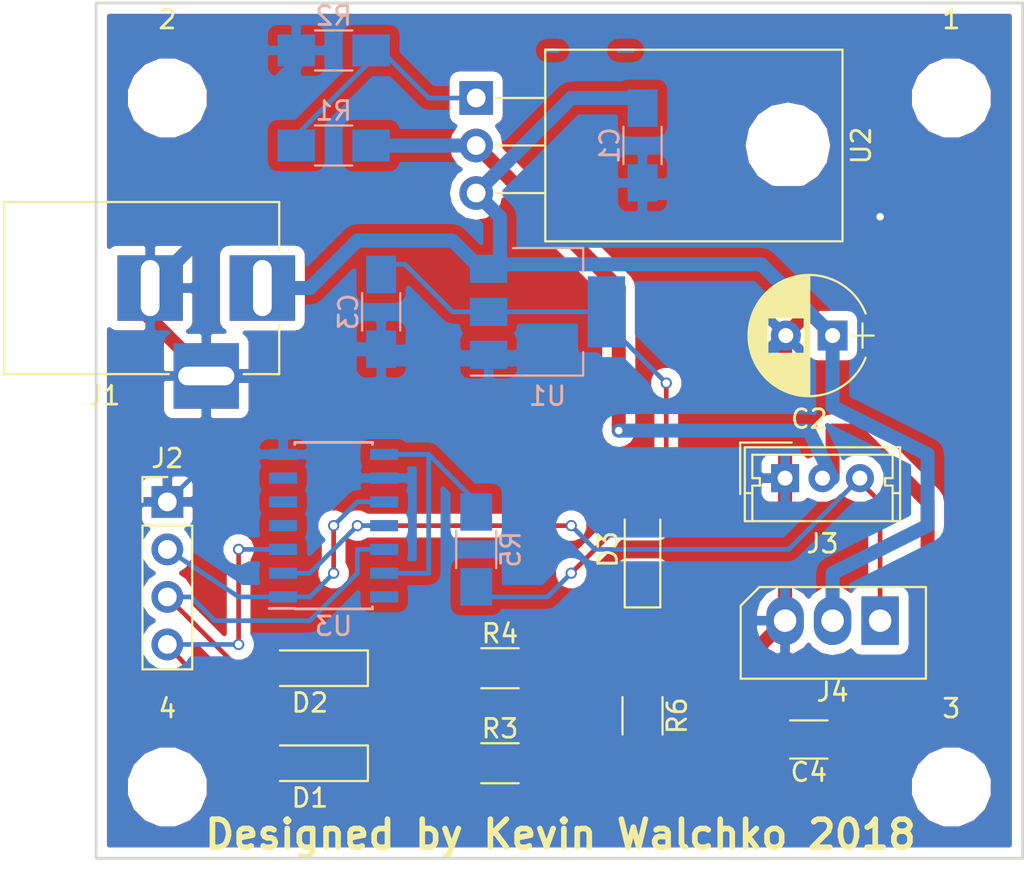
<source format=kicad_pcb>
(kicad_pcb (version 4) (host pcbnew 4.0.7)

  (general
    (links 43)
    (no_connects 0)
    (area 45.464999 13.685 100.405001 61.155)
    (thickness 1.6)
    (drawings 5)
    (tracks 161)
    (zones 0)
    (modules 24)
    (nets 18)
  )

  (page A4)
  (layers
    (0 F.Cu signal)
    (31 B.Cu signal)
    (32 B.Adhes user)
    (33 F.Adhes user)
    (34 B.Paste user)
    (35 F.Paste user)
    (36 B.SilkS user)
    (37 F.SilkS user)
    (38 B.Mask user)
    (39 F.Mask user)
    (40 Dwgs.User user)
    (41 Cmts.User user)
    (42 Eco1.User user)
    (43 Eco2.User user)
    (44 Edge.Cuts user)
    (45 Margin user)
    (46 B.CrtYd user)
    (47 F.CrtYd user)
    (48 B.Fab user)
    (49 F.Fab user)
  )

  (setup
    (last_trace_width 0.25)
    (trace_clearance 0.2)
    (zone_clearance 0.508)
    (zone_45_only no)
    (trace_min 0.2)
    (segment_width 0.2)
    (edge_width 0.15)
    (via_size 0.6)
    (via_drill 0.4)
    (via_min_size 0.4)
    (via_min_drill 0.3)
    (uvia_size 0.3)
    (uvia_drill 0.1)
    (uvias_allowed no)
    (uvia_min_size 0.3)
    (uvia_min_drill 0.1)
    (pcb_text_width 0.3)
    (pcb_text_size 1.5 1.5)
    (mod_edge_width 0.15)
    (mod_text_size 1 1)
    (mod_text_width 0.15)
    (pad_size 1.524 1.524)
    (pad_drill 0.762)
    (pad_to_mask_clearance 0.2)
    (aux_axis_origin 0 0)
    (visible_elements FFFFFF7F)
    (pcbplotparams
      (layerselection 0x010f0_80000001)
      (usegerberextensions false)
      (excludeedgelayer true)
      (linewidth 0.100000)
      (plotframeref false)
      (viasonmask false)
      (mode 1)
      (useauxorigin false)
      (hpglpennumber 1)
      (hpglpenspeed 20)
      (hpglpendiameter 15)
      (hpglpenoverlay 2)
      (psnegative false)
      (psa4output false)
      (plotreference true)
      (plotvalue true)
      (plotinvisibletext true)
      (padsonsilk false)
      (subtractmaskfromsilk false)
      (outputformat 1)
      (mirror false)
      (drillshape 0)
      (scaleselection 1)
      (outputdirectory gerber/))
  )

  (net 0 "")
  (net 1 GND)
  (net 2 +5V)
  (net 3 +8V)
  (net 4 "Net-(D1-Pad1)")
  (net 5 RXI)
  (net 6 "Net-(D2-Pad1)")
  (net 7 TXO)
  (net 8 DTR)
  (net 9 DATA)
  (net 10 "Net-(R1-Pad2)")
  (net 11 "Net-(U3-Pad4)")
  (net 12 "Net-(U3-Pad5)")
  (net 13 "Net-(U3-Pad6)")
  (net 14 VCC)
  (net 15 "Net-(R5-Pad2)")
  (net 16 +12V)
  (net 17 "Net-(D3-Pad1)")

  (net_class Default "This is the default net class."
    (clearance 0.2)
    (trace_width 0.25)
    (via_dia 0.6)
    (via_drill 0.4)
    (uvia_dia 0.3)
    (uvia_drill 0.1)
    (add_net +5V)
    (add_net DATA)
    (add_net DTR)
    (add_net "Net-(D1-Pad1)")
    (add_net "Net-(D2-Pad1)")
    (add_net "Net-(D3-Pad1)")
    (add_net "Net-(R1-Pad2)")
    (add_net "Net-(R5-Pad2)")
    (add_net "Net-(U3-Pad4)")
    (add_net "Net-(U3-Pad5)")
    (add_net "Net-(U3-Pad6)")
    (add_net RXI)
    (add_net TXO)
    (add_net VCC)
  )

  (net_class High ""
    (clearance 0.2)
    (trace_width 0.75)
    (via_dia 0.6)
    (via_drill 0.4)
    (uvia_dia 0.3)
    (uvia_drill 0.1)
    (add_net +12V)
    (add_net +8V)
    (add_net GND)
  )

  (module Mounting_Holes:MountingHole_3.2mm_M3 (layer F.Cu) (tedit 5A864BDE) (tstamp 5A865E40)
    (at 96.52 19.05)
    (descr "Mounting Hole 3.2mm, no annular, M3")
    (tags "mounting hole 3.2mm no annular m3")
    (attr virtual)
    (fp_text reference 1 (at 0 -4.2) (layer F.SilkS)
      (effects (font (size 1 1) (thickness 0.15)))
    )
    (fp_text value "" (at 0 4.2) (layer F.Fab)
      (effects (font (size 1 1) (thickness 0.15)))
    )
    (fp_text user %R (at 0.3 0) (layer F.Fab)
      (effects (font (size 1 1) (thickness 0.15)))
    )
    (fp_circle (center 0 0) (end 3.2 0) (layer Cmts.User) (width 0.15))
    (fp_circle (center 0 0) (end 3.45 0) (layer F.CrtYd) (width 0.05))
    (pad 1 np_thru_hole circle (at 0 0) (size 3.2 3.2) (drill 3.2) (layers *.Cu *.Mask))
  )

  (module Mounting_Holes:MountingHole_3.2mm_M3 (layer F.Cu) (tedit 5A864BF0) (tstamp 5A7FF615)
    (at 54.61 19.05)
    (descr "Mounting Hole 3.2mm, no annular, M3")
    (tags "mounting hole 3.2mm no annular m3")
    (attr virtual)
    (fp_text reference 2 (at 0 -4.2) (layer F.SilkS)
      (effects (font (size 1 1) (thickness 0.15)))
    )
    (fp_text value "" (at 0 4.2) (layer F.Fab)
      (effects (font (size 1 1) (thickness 0.15)))
    )
    (fp_text user %R (at 0.3 0) (layer F.Fab)
      (effects (font (size 1 1) (thickness 0.15)))
    )
    (fp_circle (center 0 0) (end 3.2 0) (layer Cmts.User) (width 0.15))
    (fp_circle (center 0 0) (end 3.45 0) (layer F.CrtYd) (width 0.05))
    (pad 1 np_thru_hole circle (at 0 0) (size 3.2 3.2) (drill 3.2) (layers *.Cu *.Mask))
  )

  (module Capacitors_SMD:C_1206_HandSoldering (layer B.Cu) (tedit 58AA84D1) (tstamp 5A8641F5)
    (at 80.01 21.59 270)
    (descr "Capacitor SMD 1206, hand soldering")
    (tags "capacitor 1206")
    (path /5A7F2B39)
    (attr smd)
    (fp_text reference C1 (at 0 1.75 270) (layer B.SilkS)
      (effects (font (size 1 1) (thickness 0.15)) (justify mirror))
    )
    (fp_text value .1 (at 0 -2 270) (layer B.Fab)
      (effects (font (size 1 1) (thickness 0.15)) (justify mirror))
    )
    (fp_text user %R (at 0 1.75 270) (layer B.Fab)
      (effects (font (size 1 1) (thickness 0.15)) (justify mirror))
    )
    (fp_line (start -1.6 -0.8) (end -1.6 0.8) (layer B.Fab) (width 0.1))
    (fp_line (start 1.6 -0.8) (end -1.6 -0.8) (layer B.Fab) (width 0.1))
    (fp_line (start 1.6 0.8) (end 1.6 -0.8) (layer B.Fab) (width 0.1))
    (fp_line (start -1.6 0.8) (end 1.6 0.8) (layer B.Fab) (width 0.1))
    (fp_line (start 1 1.02) (end -1 1.02) (layer B.SilkS) (width 0.12))
    (fp_line (start -1 -1.02) (end 1 -1.02) (layer B.SilkS) (width 0.12))
    (fp_line (start -3.25 1.05) (end 3.25 1.05) (layer B.CrtYd) (width 0.05))
    (fp_line (start -3.25 1.05) (end -3.25 -1.05) (layer B.CrtYd) (width 0.05))
    (fp_line (start 3.25 -1.05) (end 3.25 1.05) (layer B.CrtYd) (width 0.05))
    (fp_line (start 3.25 -1.05) (end -3.25 -1.05) (layer B.CrtYd) (width 0.05))
    (pad 1 smd rect (at -2 0 270) (size 2 1.6) (layers B.Cu B.Paste B.Mask)
      (net 16 +12V))
    (pad 2 smd rect (at 2 0 270) (size 2 1.6) (layers B.Cu B.Paste B.Mask)
      (net 1 GND))
    (model Capacitors_SMD.3dshapes/C_1206.wrl
      (at (xyz 0 0 0))
      (scale (xyz 1 1 1))
      (rotate (xyz 0 0 0))
    )
  )

  (module Capacitors_THT:CP_Radial_D6.3mm_P2.50mm (layer F.Cu) (tedit 597BC7C2) (tstamp 5A86428A)
    (at 90.17 31.75 180)
    (descr "CP, Radial series, Radial, pin pitch=2.50mm, , diameter=6.3mm, Electrolytic Capacitor")
    (tags "CP Radial series Radial pin pitch 2.50mm  diameter 6.3mm Electrolytic Capacitor")
    (path /5A7F1A59)
    (fp_text reference C2 (at 1.25 -4.46 180) (layer F.SilkS)
      (effects (font (size 1 1) (thickness 0.15)))
    )
    (fp_text value 10 (at 1.25 4.46 180) (layer F.Fab)
      (effects (font (size 1 1) (thickness 0.15)))
    )
    (fp_arc (start 1.25 0) (end -1.767482 -1.18) (angle 137.3) (layer F.SilkS) (width 0.12))
    (fp_arc (start 1.25 0) (end -1.767482 1.18) (angle -137.3) (layer F.SilkS) (width 0.12))
    (fp_arc (start 1.25 0) (end 4.267482 -1.18) (angle 42.7) (layer F.SilkS) (width 0.12))
    (fp_circle (center 1.25 0) (end 4.4 0) (layer F.Fab) (width 0.1))
    (fp_line (start -2.2 0) (end -1 0) (layer F.Fab) (width 0.1))
    (fp_line (start -1.6 -0.65) (end -1.6 0.65) (layer F.Fab) (width 0.1))
    (fp_line (start 1.25 -3.2) (end 1.25 3.2) (layer F.SilkS) (width 0.12))
    (fp_line (start 1.29 -3.2) (end 1.29 3.2) (layer F.SilkS) (width 0.12))
    (fp_line (start 1.33 -3.2) (end 1.33 3.2) (layer F.SilkS) (width 0.12))
    (fp_line (start 1.37 -3.198) (end 1.37 3.198) (layer F.SilkS) (width 0.12))
    (fp_line (start 1.41 -3.197) (end 1.41 3.197) (layer F.SilkS) (width 0.12))
    (fp_line (start 1.45 -3.194) (end 1.45 3.194) (layer F.SilkS) (width 0.12))
    (fp_line (start 1.49 -3.192) (end 1.49 3.192) (layer F.SilkS) (width 0.12))
    (fp_line (start 1.53 -3.188) (end 1.53 -0.98) (layer F.SilkS) (width 0.12))
    (fp_line (start 1.53 0.98) (end 1.53 3.188) (layer F.SilkS) (width 0.12))
    (fp_line (start 1.57 -3.185) (end 1.57 -0.98) (layer F.SilkS) (width 0.12))
    (fp_line (start 1.57 0.98) (end 1.57 3.185) (layer F.SilkS) (width 0.12))
    (fp_line (start 1.61 -3.18) (end 1.61 -0.98) (layer F.SilkS) (width 0.12))
    (fp_line (start 1.61 0.98) (end 1.61 3.18) (layer F.SilkS) (width 0.12))
    (fp_line (start 1.65 -3.176) (end 1.65 -0.98) (layer F.SilkS) (width 0.12))
    (fp_line (start 1.65 0.98) (end 1.65 3.176) (layer F.SilkS) (width 0.12))
    (fp_line (start 1.69 -3.17) (end 1.69 -0.98) (layer F.SilkS) (width 0.12))
    (fp_line (start 1.69 0.98) (end 1.69 3.17) (layer F.SilkS) (width 0.12))
    (fp_line (start 1.73 -3.165) (end 1.73 -0.98) (layer F.SilkS) (width 0.12))
    (fp_line (start 1.73 0.98) (end 1.73 3.165) (layer F.SilkS) (width 0.12))
    (fp_line (start 1.77 -3.158) (end 1.77 -0.98) (layer F.SilkS) (width 0.12))
    (fp_line (start 1.77 0.98) (end 1.77 3.158) (layer F.SilkS) (width 0.12))
    (fp_line (start 1.81 -3.152) (end 1.81 -0.98) (layer F.SilkS) (width 0.12))
    (fp_line (start 1.81 0.98) (end 1.81 3.152) (layer F.SilkS) (width 0.12))
    (fp_line (start 1.85 -3.144) (end 1.85 -0.98) (layer F.SilkS) (width 0.12))
    (fp_line (start 1.85 0.98) (end 1.85 3.144) (layer F.SilkS) (width 0.12))
    (fp_line (start 1.89 -3.137) (end 1.89 -0.98) (layer F.SilkS) (width 0.12))
    (fp_line (start 1.89 0.98) (end 1.89 3.137) (layer F.SilkS) (width 0.12))
    (fp_line (start 1.93 -3.128) (end 1.93 -0.98) (layer F.SilkS) (width 0.12))
    (fp_line (start 1.93 0.98) (end 1.93 3.128) (layer F.SilkS) (width 0.12))
    (fp_line (start 1.971 -3.119) (end 1.971 -0.98) (layer F.SilkS) (width 0.12))
    (fp_line (start 1.971 0.98) (end 1.971 3.119) (layer F.SilkS) (width 0.12))
    (fp_line (start 2.011 -3.11) (end 2.011 -0.98) (layer F.SilkS) (width 0.12))
    (fp_line (start 2.011 0.98) (end 2.011 3.11) (layer F.SilkS) (width 0.12))
    (fp_line (start 2.051 -3.1) (end 2.051 -0.98) (layer F.SilkS) (width 0.12))
    (fp_line (start 2.051 0.98) (end 2.051 3.1) (layer F.SilkS) (width 0.12))
    (fp_line (start 2.091 -3.09) (end 2.091 -0.98) (layer F.SilkS) (width 0.12))
    (fp_line (start 2.091 0.98) (end 2.091 3.09) (layer F.SilkS) (width 0.12))
    (fp_line (start 2.131 -3.079) (end 2.131 -0.98) (layer F.SilkS) (width 0.12))
    (fp_line (start 2.131 0.98) (end 2.131 3.079) (layer F.SilkS) (width 0.12))
    (fp_line (start 2.171 -3.067) (end 2.171 -0.98) (layer F.SilkS) (width 0.12))
    (fp_line (start 2.171 0.98) (end 2.171 3.067) (layer F.SilkS) (width 0.12))
    (fp_line (start 2.211 -3.055) (end 2.211 -0.98) (layer F.SilkS) (width 0.12))
    (fp_line (start 2.211 0.98) (end 2.211 3.055) (layer F.SilkS) (width 0.12))
    (fp_line (start 2.251 -3.042) (end 2.251 -0.98) (layer F.SilkS) (width 0.12))
    (fp_line (start 2.251 0.98) (end 2.251 3.042) (layer F.SilkS) (width 0.12))
    (fp_line (start 2.291 -3.029) (end 2.291 -0.98) (layer F.SilkS) (width 0.12))
    (fp_line (start 2.291 0.98) (end 2.291 3.029) (layer F.SilkS) (width 0.12))
    (fp_line (start 2.331 -3.015) (end 2.331 -0.98) (layer F.SilkS) (width 0.12))
    (fp_line (start 2.331 0.98) (end 2.331 3.015) (layer F.SilkS) (width 0.12))
    (fp_line (start 2.371 -3.001) (end 2.371 -0.98) (layer F.SilkS) (width 0.12))
    (fp_line (start 2.371 0.98) (end 2.371 3.001) (layer F.SilkS) (width 0.12))
    (fp_line (start 2.411 -2.986) (end 2.411 -0.98) (layer F.SilkS) (width 0.12))
    (fp_line (start 2.411 0.98) (end 2.411 2.986) (layer F.SilkS) (width 0.12))
    (fp_line (start 2.451 -2.97) (end 2.451 -0.98) (layer F.SilkS) (width 0.12))
    (fp_line (start 2.451 0.98) (end 2.451 2.97) (layer F.SilkS) (width 0.12))
    (fp_line (start 2.491 -2.954) (end 2.491 -0.98) (layer F.SilkS) (width 0.12))
    (fp_line (start 2.491 0.98) (end 2.491 2.954) (layer F.SilkS) (width 0.12))
    (fp_line (start 2.531 -2.937) (end 2.531 -0.98) (layer F.SilkS) (width 0.12))
    (fp_line (start 2.531 0.98) (end 2.531 2.937) (layer F.SilkS) (width 0.12))
    (fp_line (start 2.571 -2.919) (end 2.571 -0.98) (layer F.SilkS) (width 0.12))
    (fp_line (start 2.571 0.98) (end 2.571 2.919) (layer F.SilkS) (width 0.12))
    (fp_line (start 2.611 -2.901) (end 2.611 -0.98) (layer F.SilkS) (width 0.12))
    (fp_line (start 2.611 0.98) (end 2.611 2.901) (layer F.SilkS) (width 0.12))
    (fp_line (start 2.651 -2.882) (end 2.651 -0.98) (layer F.SilkS) (width 0.12))
    (fp_line (start 2.651 0.98) (end 2.651 2.882) (layer F.SilkS) (width 0.12))
    (fp_line (start 2.691 -2.863) (end 2.691 -0.98) (layer F.SilkS) (width 0.12))
    (fp_line (start 2.691 0.98) (end 2.691 2.863) (layer F.SilkS) (width 0.12))
    (fp_line (start 2.731 -2.843) (end 2.731 -0.98) (layer F.SilkS) (width 0.12))
    (fp_line (start 2.731 0.98) (end 2.731 2.843) (layer F.SilkS) (width 0.12))
    (fp_line (start 2.771 -2.822) (end 2.771 -0.98) (layer F.SilkS) (width 0.12))
    (fp_line (start 2.771 0.98) (end 2.771 2.822) (layer F.SilkS) (width 0.12))
    (fp_line (start 2.811 -2.8) (end 2.811 -0.98) (layer F.SilkS) (width 0.12))
    (fp_line (start 2.811 0.98) (end 2.811 2.8) (layer F.SilkS) (width 0.12))
    (fp_line (start 2.851 -2.778) (end 2.851 -0.98) (layer F.SilkS) (width 0.12))
    (fp_line (start 2.851 0.98) (end 2.851 2.778) (layer F.SilkS) (width 0.12))
    (fp_line (start 2.891 -2.755) (end 2.891 -0.98) (layer F.SilkS) (width 0.12))
    (fp_line (start 2.891 0.98) (end 2.891 2.755) (layer F.SilkS) (width 0.12))
    (fp_line (start 2.931 -2.731) (end 2.931 -0.98) (layer F.SilkS) (width 0.12))
    (fp_line (start 2.931 0.98) (end 2.931 2.731) (layer F.SilkS) (width 0.12))
    (fp_line (start 2.971 -2.706) (end 2.971 -0.98) (layer F.SilkS) (width 0.12))
    (fp_line (start 2.971 0.98) (end 2.971 2.706) (layer F.SilkS) (width 0.12))
    (fp_line (start 3.011 -2.681) (end 3.011 -0.98) (layer F.SilkS) (width 0.12))
    (fp_line (start 3.011 0.98) (end 3.011 2.681) (layer F.SilkS) (width 0.12))
    (fp_line (start 3.051 -2.654) (end 3.051 -0.98) (layer F.SilkS) (width 0.12))
    (fp_line (start 3.051 0.98) (end 3.051 2.654) (layer F.SilkS) (width 0.12))
    (fp_line (start 3.091 -2.627) (end 3.091 -0.98) (layer F.SilkS) (width 0.12))
    (fp_line (start 3.091 0.98) (end 3.091 2.627) (layer F.SilkS) (width 0.12))
    (fp_line (start 3.131 -2.599) (end 3.131 -0.98) (layer F.SilkS) (width 0.12))
    (fp_line (start 3.131 0.98) (end 3.131 2.599) (layer F.SilkS) (width 0.12))
    (fp_line (start 3.171 -2.57) (end 3.171 -0.98) (layer F.SilkS) (width 0.12))
    (fp_line (start 3.171 0.98) (end 3.171 2.57) (layer F.SilkS) (width 0.12))
    (fp_line (start 3.211 -2.54) (end 3.211 -0.98) (layer F.SilkS) (width 0.12))
    (fp_line (start 3.211 0.98) (end 3.211 2.54) (layer F.SilkS) (width 0.12))
    (fp_line (start 3.251 -2.51) (end 3.251 -0.98) (layer F.SilkS) (width 0.12))
    (fp_line (start 3.251 0.98) (end 3.251 2.51) (layer F.SilkS) (width 0.12))
    (fp_line (start 3.291 -2.478) (end 3.291 -0.98) (layer F.SilkS) (width 0.12))
    (fp_line (start 3.291 0.98) (end 3.291 2.478) (layer F.SilkS) (width 0.12))
    (fp_line (start 3.331 -2.445) (end 3.331 -0.98) (layer F.SilkS) (width 0.12))
    (fp_line (start 3.331 0.98) (end 3.331 2.445) (layer F.SilkS) (width 0.12))
    (fp_line (start 3.371 -2.411) (end 3.371 -0.98) (layer F.SilkS) (width 0.12))
    (fp_line (start 3.371 0.98) (end 3.371 2.411) (layer F.SilkS) (width 0.12))
    (fp_line (start 3.411 -2.375) (end 3.411 -0.98) (layer F.SilkS) (width 0.12))
    (fp_line (start 3.411 0.98) (end 3.411 2.375) (layer F.SilkS) (width 0.12))
    (fp_line (start 3.451 -2.339) (end 3.451 -0.98) (layer F.SilkS) (width 0.12))
    (fp_line (start 3.451 0.98) (end 3.451 2.339) (layer F.SilkS) (width 0.12))
    (fp_line (start 3.491 -2.301) (end 3.491 2.301) (layer F.SilkS) (width 0.12))
    (fp_line (start 3.531 -2.262) (end 3.531 2.262) (layer F.SilkS) (width 0.12))
    (fp_line (start 3.571 -2.222) (end 3.571 2.222) (layer F.SilkS) (width 0.12))
    (fp_line (start 3.611 -2.18) (end 3.611 2.18) (layer F.SilkS) (width 0.12))
    (fp_line (start 3.651 -2.137) (end 3.651 2.137) (layer F.SilkS) (width 0.12))
    (fp_line (start 3.691 -2.092) (end 3.691 2.092) (layer F.SilkS) (width 0.12))
    (fp_line (start 3.731 -2.045) (end 3.731 2.045) (layer F.SilkS) (width 0.12))
    (fp_line (start 3.771 -1.997) (end 3.771 1.997) (layer F.SilkS) (width 0.12))
    (fp_line (start 3.811 -1.946) (end 3.811 1.946) (layer F.SilkS) (width 0.12))
    (fp_line (start 3.851 -1.894) (end 3.851 1.894) (layer F.SilkS) (width 0.12))
    (fp_line (start 3.891 -1.839) (end 3.891 1.839) (layer F.SilkS) (width 0.12))
    (fp_line (start 3.931 -1.781) (end 3.931 1.781) (layer F.SilkS) (width 0.12))
    (fp_line (start 3.971 -1.721) (end 3.971 1.721) (layer F.SilkS) (width 0.12))
    (fp_line (start 4.011 -1.658) (end 4.011 1.658) (layer F.SilkS) (width 0.12))
    (fp_line (start 4.051 -1.591) (end 4.051 1.591) (layer F.SilkS) (width 0.12))
    (fp_line (start 4.091 -1.52) (end 4.091 1.52) (layer F.SilkS) (width 0.12))
    (fp_line (start 4.131 -1.445) (end 4.131 1.445) (layer F.SilkS) (width 0.12))
    (fp_line (start 4.171 -1.364) (end 4.171 1.364) (layer F.SilkS) (width 0.12))
    (fp_line (start 4.211 -1.278) (end 4.211 1.278) (layer F.SilkS) (width 0.12))
    (fp_line (start 4.251 -1.184) (end 4.251 1.184) (layer F.SilkS) (width 0.12))
    (fp_line (start 4.291 -1.081) (end 4.291 1.081) (layer F.SilkS) (width 0.12))
    (fp_line (start 4.331 -0.966) (end 4.331 0.966) (layer F.SilkS) (width 0.12))
    (fp_line (start 4.371 -0.834) (end 4.371 0.834) (layer F.SilkS) (width 0.12))
    (fp_line (start 4.411 -0.676) (end 4.411 0.676) (layer F.SilkS) (width 0.12))
    (fp_line (start 4.451 -0.468) (end 4.451 0.468) (layer F.SilkS) (width 0.12))
    (fp_line (start -2.2 0) (end -1 0) (layer F.SilkS) (width 0.12))
    (fp_line (start -1.6 -0.65) (end -1.6 0.65) (layer F.SilkS) (width 0.12))
    (fp_line (start -2.25 -3.5) (end -2.25 3.5) (layer F.CrtYd) (width 0.05))
    (fp_line (start -2.25 3.5) (end 4.75 3.5) (layer F.CrtYd) (width 0.05))
    (fp_line (start 4.75 3.5) (end 4.75 -3.5) (layer F.CrtYd) (width 0.05))
    (fp_line (start 4.75 -3.5) (end -2.25 -3.5) (layer F.CrtYd) (width 0.05))
    (fp_text user %R (at 1.25 0 180) (layer F.Fab)
      (effects (font (size 1 1) (thickness 0.15)))
    )
    (pad 1 thru_hole rect (at 0 0 180) (size 1.6 1.6) (drill 0.8) (layers *.Cu *.Mask)
      (net 16 +12V))
    (pad 2 thru_hole circle (at 2.5 0 180) (size 1.6 1.6) (drill 0.8) (layers *.Cu *.Mask)
      (net 1 GND))
    (model ${KISYS3DMOD}/Capacitors_THT.3dshapes/CP_Radial_D6.3mm_P2.50mm.wrl
      (at (xyz 0 0 0))
      (scale (xyz 1 1 1))
      (rotate (xyz 0 0 0))
    )
  )

  (module Capacitors_SMD:C_1206_HandSoldering (layer B.Cu) (tedit 58AA84D1) (tstamp 5A86429B)
    (at 66.04 30.48 270)
    (descr "Capacitor SMD 1206, hand soldering")
    (tags "capacitor 1206")
    (path /5A7F2931)
    (attr smd)
    (fp_text reference C3 (at 0 1.75 270) (layer B.SilkS)
      (effects (font (size 1 1) (thickness 0.15)) (justify mirror))
    )
    (fp_text value .1 (at 0 -2 270) (layer B.Fab)
      (effects (font (size 1 1) (thickness 0.15)) (justify mirror))
    )
    (fp_text user %R (at 0 1.75 270) (layer B.Fab)
      (effects (font (size 1 1) (thickness 0.15)) (justify mirror))
    )
    (fp_line (start -1.6 -0.8) (end -1.6 0.8) (layer B.Fab) (width 0.1))
    (fp_line (start 1.6 -0.8) (end -1.6 -0.8) (layer B.Fab) (width 0.1))
    (fp_line (start 1.6 0.8) (end 1.6 -0.8) (layer B.Fab) (width 0.1))
    (fp_line (start -1.6 0.8) (end 1.6 0.8) (layer B.Fab) (width 0.1))
    (fp_line (start 1 1.02) (end -1 1.02) (layer B.SilkS) (width 0.12))
    (fp_line (start -1 -1.02) (end 1 -1.02) (layer B.SilkS) (width 0.12))
    (fp_line (start -3.25 1.05) (end 3.25 1.05) (layer B.CrtYd) (width 0.05))
    (fp_line (start -3.25 1.05) (end -3.25 -1.05) (layer B.CrtYd) (width 0.05))
    (fp_line (start 3.25 -1.05) (end 3.25 1.05) (layer B.CrtYd) (width 0.05))
    (fp_line (start 3.25 -1.05) (end -3.25 -1.05) (layer B.CrtYd) (width 0.05))
    (pad 1 smd rect (at -2 0 270) (size 2 1.6) (layers B.Cu B.Paste B.Mask)
      (net 2 +5V))
    (pad 2 smd rect (at 2 0 270) (size 2 1.6) (layers B.Cu B.Paste B.Mask)
      (net 1 GND))
    (model Capacitors_SMD.3dshapes/C_1206.wrl
      (at (xyz 0 0 0))
      (scale (xyz 1 1 1))
      (rotate (xyz 0 0 0))
    )
  )

  (module Capacitors_SMD:C_1206_HandSoldering (layer F.Cu) (tedit 58AA84D1) (tstamp 5A8642AC)
    (at 88.9 53.34 180)
    (descr "Capacitor SMD 1206, hand soldering")
    (tags "capacitor 1206")
    (path /5A7F1ABA)
    (attr smd)
    (fp_text reference C4 (at 0 -1.75 180) (layer F.SilkS)
      (effects (font (size 1 1) (thickness 0.15)))
    )
    (fp_text value .1 (at 0 2 180) (layer F.Fab)
      (effects (font (size 1 1) (thickness 0.15)))
    )
    (fp_text user %R (at 0 -1.75 180) (layer F.Fab)
      (effects (font (size 1 1) (thickness 0.15)))
    )
    (fp_line (start -1.6 0.8) (end -1.6 -0.8) (layer F.Fab) (width 0.1))
    (fp_line (start 1.6 0.8) (end -1.6 0.8) (layer F.Fab) (width 0.1))
    (fp_line (start 1.6 -0.8) (end 1.6 0.8) (layer F.Fab) (width 0.1))
    (fp_line (start -1.6 -0.8) (end 1.6 -0.8) (layer F.Fab) (width 0.1))
    (fp_line (start 1 -1.02) (end -1 -1.02) (layer F.SilkS) (width 0.12))
    (fp_line (start -1 1.02) (end 1 1.02) (layer F.SilkS) (width 0.12))
    (fp_line (start -3.25 -1.05) (end 3.25 -1.05) (layer F.CrtYd) (width 0.05))
    (fp_line (start -3.25 -1.05) (end -3.25 1.05) (layer F.CrtYd) (width 0.05))
    (fp_line (start 3.25 1.05) (end 3.25 -1.05) (layer F.CrtYd) (width 0.05))
    (fp_line (start 3.25 1.05) (end -3.25 1.05) (layer F.CrtYd) (width 0.05))
    (pad 1 smd rect (at -2 0 180) (size 2 1.6) (layers F.Cu F.Paste F.Mask)
      (net 3 +8V))
    (pad 2 smd rect (at 2 0 180) (size 2 1.6) (layers F.Cu F.Paste F.Mask)
      (net 1 GND))
    (model Capacitors_SMD.3dshapes/C_1206.wrl
      (at (xyz 0 0 0))
      (scale (xyz 1 1 1))
      (rotate (xyz 0 0 0))
    )
  )

  (module LEDs:LED_1206_HandSoldering (layer F.Cu) (tedit 595FC724) (tstamp 5A8642C1)
    (at 62.23 54.61 180)
    (descr "LED SMD 1206, hand soldering")
    (tags "LED 1206")
    (path /5A862706)
    (attr smd)
    (fp_text reference D1 (at 0 -1.85 180) (layer F.SilkS)
      (effects (font (size 1 1) (thickness 0.15)))
    )
    (fp_text value RX (at 0 1.9 180) (layer F.Fab)
      (effects (font (size 1 1) (thickness 0.15)))
    )
    (fp_line (start -3.1 -0.95) (end -3.1 0.95) (layer F.SilkS) (width 0.12))
    (fp_line (start -0.4 0) (end 0.2 -0.4) (layer F.Fab) (width 0.1))
    (fp_line (start 0.2 -0.4) (end 0.2 0.4) (layer F.Fab) (width 0.1))
    (fp_line (start 0.2 0.4) (end -0.4 0) (layer F.Fab) (width 0.1))
    (fp_line (start -0.45 -0.4) (end -0.45 0.4) (layer F.Fab) (width 0.1))
    (fp_line (start -1.6 0.8) (end -1.6 -0.8) (layer F.Fab) (width 0.1))
    (fp_line (start 1.6 0.8) (end -1.6 0.8) (layer F.Fab) (width 0.1))
    (fp_line (start 1.6 -0.8) (end 1.6 0.8) (layer F.Fab) (width 0.1))
    (fp_line (start -1.6 -0.8) (end 1.6 -0.8) (layer F.Fab) (width 0.1))
    (fp_line (start -3.1 0.95) (end 1.6 0.95) (layer F.SilkS) (width 0.12))
    (fp_line (start -3.1 -0.95) (end 1.6 -0.95) (layer F.SilkS) (width 0.12))
    (fp_line (start -3.25 -1.11) (end 3.25 -1.11) (layer F.CrtYd) (width 0.05))
    (fp_line (start -3.25 -1.11) (end -3.25 1.1) (layer F.CrtYd) (width 0.05))
    (fp_line (start 3.25 1.1) (end 3.25 -1.11) (layer F.CrtYd) (width 0.05))
    (fp_line (start 3.25 1.1) (end -3.25 1.1) (layer F.CrtYd) (width 0.05))
    (pad 1 smd rect (at -2 0 180) (size 2 1.7) (layers F.Cu F.Paste F.Mask)
      (net 4 "Net-(D1-Pad1)"))
    (pad 2 smd rect (at 2 0 180) (size 2 1.7) (layers F.Cu F.Paste F.Mask)
      (net 5 RXI))
    (model ${KISYS3DMOD}/LEDs.3dshapes/LED_1206.wrl
      (at (xyz 0 0 0))
      (scale (xyz 1 1 1))
      (rotate (xyz 0 0 180))
    )
  )

  (module LEDs:LED_1206_HandSoldering (layer F.Cu) (tedit 595FC724) (tstamp 5A8642D6)
    (at 62.23 49.53 180)
    (descr "LED SMD 1206, hand soldering")
    (tags "LED 1206")
    (path /5A862765)
    (attr smd)
    (fp_text reference D2 (at 0 -1.85 180) (layer F.SilkS)
      (effects (font (size 1 1) (thickness 0.15)))
    )
    (fp_text value TX (at 0 1.9 180) (layer F.Fab)
      (effects (font (size 1 1) (thickness 0.15)))
    )
    (fp_line (start -3.1 -0.95) (end -3.1 0.95) (layer F.SilkS) (width 0.12))
    (fp_line (start -0.4 0) (end 0.2 -0.4) (layer F.Fab) (width 0.1))
    (fp_line (start 0.2 -0.4) (end 0.2 0.4) (layer F.Fab) (width 0.1))
    (fp_line (start 0.2 0.4) (end -0.4 0) (layer F.Fab) (width 0.1))
    (fp_line (start -0.45 -0.4) (end -0.45 0.4) (layer F.Fab) (width 0.1))
    (fp_line (start -1.6 0.8) (end -1.6 -0.8) (layer F.Fab) (width 0.1))
    (fp_line (start 1.6 0.8) (end -1.6 0.8) (layer F.Fab) (width 0.1))
    (fp_line (start 1.6 -0.8) (end 1.6 0.8) (layer F.Fab) (width 0.1))
    (fp_line (start -1.6 -0.8) (end 1.6 -0.8) (layer F.Fab) (width 0.1))
    (fp_line (start -3.1 0.95) (end 1.6 0.95) (layer F.SilkS) (width 0.12))
    (fp_line (start -3.1 -0.95) (end 1.6 -0.95) (layer F.SilkS) (width 0.12))
    (fp_line (start -3.25 -1.11) (end 3.25 -1.11) (layer F.CrtYd) (width 0.05))
    (fp_line (start -3.25 -1.11) (end -3.25 1.1) (layer F.CrtYd) (width 0.05))
    (fp_line (start 3.25 1.1) (end 3.25 -1.11) (layer F.CrtYd) (width 0.05))
    (fp_line (start 3.25 1.1) (end -3.25 1.1) (layer F.CrtYd) (width 0.05))
    (pad 1 smd rect (at -2 0 180) (size 2 1.7) (layers F.Cu F.Paste F.Mask)
      (net 6 "Net-(D2-Pad1)"))
    (pad 2 smd rect (at 2 0 180) (size 2 1.7) (layers F.Cu F.Paste F.Mask)
      (net 7 TXO))
    (model ${KISYS3DMOD}/LEDs.3dshapes/LED_1206.wrl
      (at (xyz 0 0 0))
      (scale (xyz 1 1 1))
      (rotate (xyz 0 0 180))
    )
  )

  (module Connectors:BARREL_JACK (layer F.Cu) (tedit 5861378E) (tstamp 5A8642F5)
    (at 59.69 29.21)
    (descr "DC Barrel Jack")
    (tags "Power Jack")
    (path /5A7F181C)
    (fp_text reference J1 (at -8.45 5.75 180) (layer F.SilkS)
      (effects (font (size 1 1) (thickness 0.15)))
    )
    (fp_text value "12V Pwr" (at -6.2 -5.5) (layer F.Fab)
      (effects (font (size 1 1) (thickness 0.15)))
    )
    (fp_line (start 1 -4.5) (end 1 -4.75) (layer F.CrtYd) (width 0.05))
    (fp_line (start 1 -4.75) (end -14 -4.75) (layer F.CrtYd) (width 0.05))
    (fp_line (start 1 -4.5) (end 1 -2) (layer F.CrtYd) (width 0.05))
    (fp_line (start 1 -2) (end 2 -2) (layer F.CrtYd) (width 0.05))
    (fp_line (start 2 -2) (end 2 2) (layer F.CrtYd) (width 0.05))
    (fp_line (start 2 2) (end 1 2) (layer F.CrtYd) (width 0.05))
    (fp_line (start 1 2) (end 1 4.75) (layer F.CrtYd) (width 0.05))
    (fp_line (start 1 4.75) (end -1 4.75) (layer F.CrtYd) (width 0.05))
    (fp_line (start -1 4.75) (end -1 6.75) (layer F.CrtYd) (width 0.05))
    (fp_line (start -1 6.75) (end -5 6.75) (layer F.CrtYd) (width 0.05))
    (fp_line (start -5 6.75) (end -5 4.75) (layer F.CrtYd) (width 0.05))
    (fp_line (start -5 4.75) (end -14 4.75) (layer F.CrtYd) (width 0.05))
    (fp_line (start -14 4.75) (end -14 -4.75) (layer F.CrtYd) (width 0.05))
    (fp_line (start -5 4.6) (end -13.8 4.6) (layer F.SilkS) (width 0.12))
    (fp_line (start -13.8 4.6) (end -13.8 -4.6) (layer F.SilkS) (width 0.12))
    (fp_line (start 0.9 1.9) (end 0.9 4.6) (layer F.SilkS) (width 0.12))
    (fp_line (start 0.9 4.6) (end -1 4.6) (layer F.SilkS) (width 0.12))
    (fp_line (start -13.8 -4.6) (end 0.9 -4.6) (layer F.SilkS) (width 0.12))
    (fp_line (start 0.9 -4.6) (end 0.9 -2) (layer F.SilkS) (width 0.12))
    (fp_line (start -10.2 -4.5) (end -10.2 4.5) (layer F.Fab) (width 0.1))
    (fp_line (start -13.7 -4.5) (end -13.7 4.5) (layer F.Fab) (width 0.1))
    (fp_line (start -13.7 4.5) (end 0.8 4.5) (layer F.Fab) (width 0.1))
    (fp_line (start 0.8 4.5) (end 0.8 -4.5) (layer F.Fab) (width 0.1))
    (fp_line (start 0.8 -4.5) (end -13.7 -4.5) (layer F.Fab) (width 0.1))
    (pad 1 thru_hole rect (at 0 0) (size 3.5 3.5) (drill oval 1 3) (layers *.Cu *.Mask)
      (net 16 +12V))
    (pad 2 thru_hole rect (at -6 0) (size 3.5 3.5) (drill oval 1 3) (layers *.Cu *.Mask)
      (net 1 GND))
    (pad 3 thru_hole rect (at -3 4.7) (size 3.5 3.5) (drill oval 3 1) (layers *.Cu *.Mask)
      (net 1 GND))
  )

  (module Pin_Headers:Pin_Header_Straight_1x04_Pitch2.54mm (layer F.Cu) (tedit 59650532) (tstamp 5A86430D)
    (at 54.61 40.64)
    (descr "Through hole straight pin header, 1x04, 2.54mm pitch, single row")
    (tags "Through hole pin header THT 1x04 2.54mm single row")
    (path /5A7F1515)
    (fp_text reference J2 (at 0 -2.33) (layer F.SilkS)
      (effects (font (size 1 1) (thickness 0.15)))
    )
    (fp_text value "Serial 5V" (at 0 9.95) (layer F.Fab)
      (effects (font (size 1 1) (thickness 0.15)))
    )
    (fp_line (start -0.635 -1.27) (end 1.27 -1.27) (layer F.Fab) (width 0.1))
    (fp_line (start 1.27 -1.27) (end 1.27 8.89) (layer F.Fab) (width 0.1))
    (fp_line (start 1.27 8.89) (end -1.27 8.89) (layer F.Fab) (width 0.1))
    (fp_line (start -1.27 8.89) (end -1.27 -0.635) (layer F.Fab) (width 0.1))
    (fp_line (start -1.27 -0.635) (end -0.635 -1.27) (layer F.Fab) (width 0.1))
    (fp_line (start -1.33 8.95) (end 1.33 8.95) (layer F.SilkS) (width 0.12))
    (fp_line (start -1.33 1.27) (end -1.33 8.95) (layer F.SilkS) (width 0.12))
    (fp_line (start 1.33 1.27) (end 1.33 8.95) (layer F.SilkS) (width 0.12))
    (fp_line (start -1.33 1.27) (end 1.33 1.27) (layer F.SilkS) (width 0.12))
    (fp_line (start -1.33 0) (end -1.33 -1.33) (layer F.SilkS) (width 0.12))
    (fp_line (start -1.33 -1.33) (end 0 -1.33) (layer F.SilkS) (width 0.12))
    (fp_line (start -1.8 -1.8) (end -1.8 9.4) (layer F.CrtYd) (width 0.05))
    (fp_line (start -1.8 9.4) (end 1.8 9.4) (layer F.CrtYd) (width 0.05))
    (fp_line (start 1.8 9.4) (end 1.8 -1.8) (layer F.CrtYd) (width 0.05))
    (fp_line (start 1.8 -1.8) (end -1.8 -1.8) (layer F.CrtYd) (width 0.05))
    (fp_text user %R (at 0 3.81 90) (layer F.Fab)
      (effects (font (size 1 1) (thickness 0.15)))
    )
    (pad 1 thru_hole rect (at 0 0) (size 1.7 1.7) (drill 1) (layers *.Cu *.Mask)
      (net 1 GND))
    (pad 2 thru_hole oval (at 0 2.54) (size 1.7 1.7) (drill 1) (layers *.Cu *.Mask)
      (net 8 DTR))
    (pad 3 thru_hole oval (at 0 5.08) (size 1.7 1.7) (drill 1) (layers *.Cu *.Mask)
      (net 7 TXO))
    (pad 4 thru_hole oval (at 0 7.62) (size 1.7 1.7) (drill 1) (layers *.Cu *.Mask)
      (net 5 RXI))
    (model ${KISYS3DMOD}/Pin_Headers.3dshapes/Pin_Header_Straight_1x04_Pitch2.54mm.wrl
      (at (xyz 0 0 0))
      (scale (xyz 1 1 1))
      (rotate (xyz 0 0 0))
    )
  )

  (module Resistors_SMD:R_1206_HandSoldering (layer B.Cu) (tedit 58E0A804) (tstamp 5A864359)
    (at 63.5 21.59 180)
    (descr "Resistor SMD 1206, hand soldering")
    (tags "resistor 1206")
    (path /5A7F1770)
    (attr smd)
    (fp_text reference R1 (at 0 1.85 180) (layer B.SilkS)
      (effects (font (size 1 1) (thickness 0.15)) (justify mirror))
    )
    (fp_text value 330 (at 0 -1.9 180) (layer B.Fab)
      (effects (font (size 1 1) (thickness 0.15)) (justify mirror))
    )
    (fp_text user %R (at 0 0 180) (layer B.Fab)
      (effects (font (size 0.7 0.7) (thickness 0.105)) (justify mirror))
    )
    (fp_line (start -1.6 -0.8) (end -1.6 0.8) (layer B.Fab) (width 0.1))
    (fp_line (start 1.6 -0.8) (end -1.6 -0.8) (layer B.Fab) (width 0.1))
    (fp_line (start 1.6 0.8) (end 1.6 -0.8) (layer B.Fab) (width 0.1))
    (fp_line (start -1.6 0.8) (end 1.6 0.8) (layer B.Fab) (width 0.1))
    (fp_line (start 1 -1.07) (end -1 -1.07) (layer B.SilkS) (width 0.12))
    (fp_line (start -1 1.07) (end 1 1.07) (layer B.SilkS) (width 0.12))
    (fp_line (start -3.25 1.11) (end 3.25 1.11) (layer B.CrtYd) (width 0.05))
    (fp_line (start -3.25 1.11) (end -3.25 -1.1) (layer B.CrtYd) (width 0.05))
    (fp_line (start 3.25 -1.1) (end 3.25 1.11) (layer B.CrtYd) (width 0.05))
    (fp_line (start 3.25 -1.1) (end -3.25 -1.1) (layer B.CrtYd) (width 0.05))
    (pad 1 smd rect (at -2 0 180) (size 2 1.7) (layers B.Cu B.Paste B.Mask)
      (net 3 +8V))
    (pad 2 smd rect (at 2 0 180) (size 2 1.7) (layers B.Cu B.Paste B.Mask)
      (net 10 "Net-(R1-Pad2)"))
    (model ${KISYS3DMOD}/Resistors_SMD.3dshapes/R_1206.wrl
      (at (xyz 0 0 0))
      (scale (xyz 1 1 1))
      (rotate (xyz 0 0 0))
    )
  )

  (module Resistors_SMD:R_1206_HandSoldering (layer B.Cu) (tedit 58E0A804) (tstamp 5A86436A)
    (at 63.5 16.51 180)
    (descr "Resistor SMD 1206, hand soldering")
    (tags "resistor 1206")
    (path /5A7F17CA)
    (attr smd)
    (fp_text reference R2 (at 0 1.85 180) (layer B.SilkS)
      (effects (font (size 1 1) (thickness 0.15)) (justify mirror))
    )
    (fp_text value 1.8k (at 0 -1.9 180) (layer B.Fab)
      (effects (font (size 1 1) (thickness 0.15)) (justify mirror))
    )
    (fp_text user %R (at 0 0 180) (layer B.Fab)
      (effects (font (size 0.7 0.7) (thickness 0.105)) (justify mirror))
    )
    (fp_line (start -1.6 -0.8) (end -1.6 0.8) (layer B.Fab) (width 0.1))
    (fp_line (start 1.6 -0.8) (end -1.6 -0.8) (layer B.Fab) (width 0.1))
    (fp_line (start 1.6 0.8) (end 1.6 -0.8) (layer B.Fab) (width 0.1))
    (fp_line (start -1.6 0.8) (end 1.6 0.8) (layer B.Fab) (width 0.1))
    (fp_line (start 1 -1.07) (end -1 -1.07) (layer B.SilkS) (width 0.12))
    (fp_line (start -1 1.07) (end 1 1.07) (layer B.SilkS) (width 0.12))
    (fp_line (start -3.25 1.11) (end 3.25 1.11) (layer B.CrtYd) (width 0.05))
    (fp_line (start -3.25 1.11) (end -3.25 -1.1) (layer B.CrtYd) (width 0.05))
    (fp_line (start 3.25 -1.1) (end 3.25 1.11) (layer B.CrtYd) (width 0.05))
    (fp_line (start 3.25 -1.1) (end -3.25 -1.1) (layer B.CrtYd) (width 0.05))
    (pad 1 smd rect (at -2 0 180) (size 2 1.7) (layers B.Cu B.Paste B.Mask)
      (net 10 "Net-(R1-Pad2)"))
    (pad 2 smd rect (at 2 0 180) (size 2 1.7) (layers B.Cu B.Paste B.Mask)
      (net 1 GND))
    (model ${KISYS3DMOD}/Resistors_SMD.3dshapes/R_1206.wrl
      (at (xyz 0 0 0))
      (scale (xyz 1 1 1))
      (rotate (xyz 0 0 0))
    )
  )

  (module Resistors_SMD:R_1206_HandSoldering (layer F.Cu) (tedit 58E0A804) (tstamp 5A86437B)
    (at 72.39 54.61)
    (descr "Resistor SMD 1206, hand soldering")
    (tags "resistor 1206")
    (path /5A8627B6)
    (attr smd)
    (fp_text reference R3 (at 0 -1.85) (layer F.SilkS)
      (effects (font (size 1 1) (thickness 0.15)))
    )
    (fp_text value 330 (at 0 1.9) (layer F.Fab)
      (effects (font (size 1 1) (thickness 0.15)))
    )
    (fp_text user %R (at 0 0) (layer F.Fab)
      (effects (font (size 0.7 0.7) (thickness 0.105)))
    )
    (fp_line (start -1.6 0.8) (end -1.6 -0.8) (layer F.Fab) (width 0.1))
    (fp_line (start 1.6 0.8) (end -1.6 0.8) (layer F.Fab) (width 0.1))
    (fp_line (start 1.6 -0.8) (end 1.6 0.8) (layer F.Fab) (width 0.1))
    (fp_line (start -1.6 -0.8) (end 1.6 -0.8) (layer F.Fab) (width 0.1))
    (fp_line (start 1 1.07) (end -1 1.07) (layer F.SilkS) (width 0.12))
    (fp_line (start -1 -1.07) (end 1 -1.07) (layer F.SilkS) (width 0.12))
    (fp_line (start -3.25 -1.11) (end 3.25 -1.11) (layer F.CrtYd) (width 0.05))
    (fp_line (start -3.25 -1.11) (end -3.25 1.1) (layer F.CrtYd) (width 0.05))
    (fp_line (start 3.25 1.1) (end 3.25 -1.11) (layer F.CrtYd) (width 0.05))
    (fp_line (start 3.25 1.1) (end -3.25 1.1) (layer F.CrtYd) (width 0.05))
    (pad 1 smd rect (at -2 0) (size 2 1.7) (layers F.Cu F.Paste F.Mask)
      (net 4 "Net-(D1-Pad1)"))
    (pad 2 smd rect (at 2 0) (size 2 1.7) (layers F.Cu F.Paste F.Mask)
      (net 1 GND))
    (model ${KISYS3DMOD}/Resistors_SMD.3dshapes/R_1206.wrl
      (at (xyz 0 0 0))
      (scale (xyz 1 1 1))
      (rotate (xyz 0 0 0))
    )
  )

  (module Resistors_SMD:R_1206_HandSoldering (layer F.Cu) (tedit 58E0A804) (tstamp 5A86438C)
    (at 72.39 49.53)
    (descr "Resistor SMD 1206, hand soldering")
    (tags "resistor 1206")
    (path /5A862D7C)
    (attr smd)
    (fp_text reference R4 (at 0 -1.85) (layer F.SilkS)
      (effects (font (size 1 1) (thickness 0.15)))
    )
    (fp_text value 330 (at 0 1.9) (layer F.Fab)
      (effects (font (size 1 1) (thickness 0.15)))
    )
    (fp_text user %R (at 0 0) (layer F.Fab)
      (effects (font (size 0.7 0.7) (thickness 0.105)))
    )
    (fp_line (start -1.6 0.8) (end -1.6 -0.8) (layer F.Fab) (width 0.1))
    (fp_line (start 1.6 0.8) (end -1.6 0.8) (layer F.Fab) (width 0.1))
    (fp_line (start 1.6 -0.8) (end 1.6 0.8) (layer F.Fab) (width 0.1))
    (fp_line (start -1.6 -0.8) (end 1.6 -0.8) (layer F.Fab) (width 0.1))
    (fp_line (start 1 1.07) (end -1 1.07) (layer F.SilkS) (width 0.12))
    (fp_line (start -1 -1.07) (end 1 -1.07) (layer F.SilkS) (width 0.12))
    (fp_line (start -3.25 -1.11) (end 3.25 -1.11) (layer F.CrtYd) (width 0.05))
    (fp_line (start -3.25 -1.11) (end -3.25 1.1) (layer F.CrtYd) (width 0.05))
    (fp_line (start 3.25 1.1) (end 3.25 -1.11) (layer F.CrtYd) (width 0.05))
    (fp_line (start 3.25 1.1) (end -3.25 1.1) (layer F.CrtYd) (width 0.05))
    (pad 1 smd rect (at -2 0) (size 2 1.7) (layers F.Cu F.Paste F.Mask)
      (net 6 "Net-(D2-Pad1)"))
    (pad 2 smd rect (at 2 0) (size 2 1.7) (layers F.Cu F.Paste F.Mask)
      (net 1 GND))
    (model ${KISYS3DMOD}/Resistors_SMD.3dshapes/R_1206.wrl
      (at (xyz 0 0 0))
      (scale (xyz 1 1 1))
      (rotate (xyz 0 0 0))
    )
  )

  (module Resistors_SMD:R_1206_HandSoldering (layer B.Cu) (tedit 58E0A804) (tstamp 5A86439D)
    (at 71.12 43.18 90)
    (descr "Resistor SMD 1206, hand soldering")
    (tags "resistor 1206")
    (path /5A7F169D)
    (attr smd)
    (fp_text reference R5 (at 0 1.85 90) (layer B.SilkS)
      (effects (font (size 1 1) (thickness 0.15)) (justify mirror))
    )
    (fp_text value 10k (at 0 -1.9 90) (layer B.Fab)
      (effects (font (size 1 1) (thickness 0.15)) (justify mirror))
    )
    (fp_text user %R (at 0 0 90) (layer B.Fab)
      (effects (font (size 0.7 0.7) (thickness 0.105)) (justify mirror))
    )
    (fp_line (start -1.6 -0.8) (end -1.6 0.8) (layer B.Fab) (width 0.1))
    (fp_line (start 1.6 -0.8) (end -1.6 -0.8) (layer B.Fab) (width 0.1))
    (fp_line (start 1.6 0.8) (end 1.6 -0.8) (layer B.Fab) (width 0.1))
    (fp_line (start -1.6 0.8) (end 1.6 0.8) (layer B.Fab) (width 0.1))
    (fp_line (start 1 -1.07) (end -1 -1.07) (layer B.SilkS) (width 0.12))
    (fp_line (start -1 1.07) (end 1 1.07) (layer B.SilkS) (width 0.12))
    (fp_line (start -3.25 1.11) (end 3.25 1.11) (layer B.CrtYd) (width 0.05))
    (fp_line (start -3.25 1.11) (end -3.25 -1.1) (layer B.CrtYd) (width 0.05))
    (fp_line (start 3.25 -1.1) (end 3.25 1.11) (layer B.CrtYd) (width 0.05))
    (fp_line (start 3.25 -1.1) (end -3.25 -1.1) (layer B.CrtYd) (width 0.05))
    (pad 1 smd rect (at -2 0 90) (size 2 1.7) (layers B.Cu B.Paste B.Mask)
      (net 2 +5V))
    (pad 2 smd rect (at 2 0 90) (size 2 1.7) (layers B.Cu B.Paste B.Mask)
      (net 15 "Net-(R5-Pad2)"))
    (model ${KISYS3DMOD}/Resistors_SMD.3dshapes/R_1206.wrl
      (at (xyz 0 0 0))
      (scale (xyz 1 1 1))
      (rotate (xyz 0 0 0))
    )
  )

  (module TO_SOT_Packages_THT:TO-220-3_Horizontal (layer F.Cu) (tedit 58CE52AD) (tstamp 5A8643BD)
    (at 71.12 19.05 270)
    (descr "TO-220-3, Horizontal, RM 2.54mm")
    (tags "TO-220-3 Horizontal RM 2.54mm")
    (path /5A7F16FB)
    (fp_text reference U2 (at 2.54 -20.58 270) (layer F.SilkS)
      (effects (font (size 1 1) (thickness 0.15)))
    )
    (fp_text value LM317 (at 2.54 1.9 270) (layer F.Fab)
      (effects (font (size 1 1) (thickness 0.15)))
    )
    (fp_text user %R (at 2.54 -20.58 270) (layer F.Fab)
      (effects (font (size 1 1) (thickness 0.15)))
    )
    (fp_line (start -2.46 -13.06) (end -2.46 -19.46) (layer F.Fab) (width 0.1))
    (fp_line (start -2.46 -19.46) (end 7.54 -19.46) (layer F.Fab) (width 0.1))
    (fp_line (start 7.54 -19.46) (end 7.54 -13.06) (layer F.Fab) (width 0.1))
    (fp_line (start 7.54 -13.06) (end -2.46 -13.06) (layer F.Fab) (width 0.1))
    (fp_line (start -2.46 -3.81) (end -2.46 -13.06) (layer F.Fab) (width 0.1))
    (fp_line (start -2.46 -13.06) (end 7.54 -13.06) (layer F.Fab) (width 0.1))
    (fp_line (start 7.54 -13.06) (end 7.54 -3.81) (layer F.Fab) (width 0.1))
    (fp_line (start 7.54 -3.81) (end -2.46 -3.81) (layer F.Fab) (width 0.1))
    (fp_line (start 0 -3.81) (end 0 0) (layer F.Fab) (width 0.1))
    (fp_line (start 2.54 -3.81) (end 2.54 0) (layer F.Fab) (width 0.1))
    (fp_line (start 5.08 -3.81) (end 5.08 0) (layer F.Fab) (width 0.1))
    (fp_line (start -2.58 -3.69) (end 7.66 -3.69) (layer F.SilkS) (width 0.12))
    (fp_line (start -2.58 -19.58) (end 7.66 -19.58) (layer F.SilkS) (width 0.12))
    (fp_line (start -2.58 -19.58) (end -2.58 -3.69) (layer F.SilkS) (width 0.12))
    (fp_line (start 7.66 -19.58) (end 7.66 -3.69) (layer F.SilkS) (width 0.12))
    (fp_line (start 0 -3.69) (end 0 -1.05) (layer F.SilkS) (width 0.12))
    (fp_line (start 2.54 -3.69) (end 2.54 -1.066) (layer F.SilkS) (width 0.12))
    (fp_line (start 5.08 -3.69) (end 5.08 -1.066) (layer F.SilkS) (width 0.12))
    (fp_line (start -2.71 -19.71) (end -2.71 1.15) (layer F.CrtYd) (width 0.05))
    (fp_line (start -2.71 1.15) (end 7.79 1.15) (layer F.CrtYd) (width 0.05))
    (fp_line (start 7.79 1.15) (end 7.79 -19.71) (layer F.CrtYd) (width 0.05))
    (fp_line (start 7.79 -19.71) (end -2.71 -19.71) (layer F.CrtYd) (width 0.05))
    (fp_circle (center 2.54 -16.66) (end 4.39 -16.66) (layer F.Fab) (width 0.1))
    (pad 0 np_thru_hole oval (at 2.54 -16.66 270) (size 3.5 3.5) (drill 3.5) (layers *.Cu *.Mask))
    (pad 1 thru_hole rect (at 0 0 270) (size 1.8 1.8) (drill 1) (layers *.Cu *.Mask)
      (net 10 "Net-(R1-Pad2)"))
    (pad 2 thru_hole oval (at 2.54 0 270) (size 1.8 1.8) (drill 1) (layers *.Cu *.Mask)
      (net 3 +8V))
    (pad 3 thru_hole oval (at 5.08 0 270) (size 1.8 1.8) (drill 1) (layers *.Cu *.Mask)
      (net 16 +12V))
    (model ${KISYS3DMOD}/TO_SOT_Packages_THT.3dshapes/TO-220-3_Horizontal.wrl
      (at (xyz 0.1 0 0))
      (scale (xyz 0.393701 0.393701 0.393701))
      (rotate (xyz 0 0 0))
    )
  )

  (module Housings_SOIC:SOIC-14_3.9x8.7mm_Pitch1.27mm (layer B.Cu) (tedit 58CC8F64) (tstamp 5A8643E0)
    (at 63.5 41.91)
    (descr "14-Lead Plastic Small Outline (SL) - Narrow, 3.90 mm Body [SOIC] (see Microchip Packaging Specification 00000049BS.pdf)")
    (tags "SOIC 1.27")
    (path /5A7F13E9)
    (attr smd)
    (fp_text reference U3 (at 0 5.375) (layer B.SilkS)
      (effects (font (size 1 1) (thickness 0.15)) (justify mirror))
    )
    (fp_text value 74LS126 (at 0 -5.375) (layer B.Fab)
      (effects (font (size 1 1) (thickness 0.15)) (justify mirror))
    )
    (fp_text user %R (at 0 0) (layer B.Fab)
      (effects (font (size 0.9 0.9) (thickness 0.135)) (justify mirror))
    )
    (fp_line (start -0.95 4.35) (end 1.95 4.35) (layer B.Fab) (width 0.15))
    (fp_line (start 1.95 4.35) (end 1.95 -4.35) (layer B.Fab) (width 0.15))
    (fp_line (start 1.95 -4.35) (end -1.95 -4.35) (layer B.Fab) (width 0.15))
    (fp_line (start -1.95 -4.35) (end -1.95 3.35) (layer B.Fab) (width 0.15))
    (fp_line (start -1.95 3.35) (end -0.95 4.35) (layer B.Fab) (width 0.15))
    (fp_line (start -3.7 4.65) (end -3.7 -4.65) (layer B.CrtYd) (width 0.05))
    (fp_line (start 3.7 4.65) (end 3.7 -4.65) (layer B.CrtYd) (width 0.05))
    (fp_line (start -3.7 4.65) (end 3.7 4.65) (layer B.CrtYd) (width 0.05))
    (fp_line (start -3.7 -4.65) (end 3.7 -4.65) (layer B.CrtYd) (width 0.05))
    (fp_line (start -2.075 4.45) (end -2.075 4.425) (layer B.SilkS) (width 0.15))
    (fp_line (start 2.075 4.45) (end 2.075 4.335) (layer B.SilkS) (width 0.15))
    (fp_line (start 2.075 -4.45) (end 2.075 -4.335) (layer B.SilkS) (width 0.15))
    (fp_line (start -2.075 -4.45) (end -2.075 -4.335) (layer B.SilkS) (width 0.15))
    (fp_line (start -2.075 4.45) (end 2.075 4.45) (layer B.SilkS) (width 0.15))
    (fp_line (start -2.075 -4.45) (end 2.075 -4.45) (layer B.SilkS) (width 0.15))
    (fp_line (start -2.075 4.425) (end -3.45 4.425) (layer B.SilkS) (width 0.15))
    (pad 1 smd rect (at -2.7 3.81) (size 1.5 0.6) (layers B.Cu B.Paste B.Mask)
      (net 8 DTR))
    (pad 2 smd rect (at -2.7 2.54) (size 1.5 0.6) (layers B.Cu B.Paste B.Mask)
      (net 9 DATA))
    (pad 3 smd rect (at -2.7 1.27) (size 1.5 0.6) (layers B.Cu B.Paste B.Mask)
      (net 5 RXI))
    (pad 4 smd rect (at -2.7 0) (size 1.5 0.6) (layers B.Cu B.Paste B.Mask)
      (net 11 "Net-(U3-Pad4)"))
    (pad 5 smd rect (at -2.7 -1.27) (size 1.5 0.6) (layers B.Cu B.Paste B.Mask)
      (net 12 "Net-(U3-Pad5)"))
    (pad 6 smd rect (at -2.7 -2.54) (size 1.5 0.6) (layers B.Cu B.Paste B.Mask)
      (net 13 "Net-(U3-Pad6)"))
    (pad 7 smd rect (at -2.7 -3.81) (size 1.5 0.6) (layers B.Cu B.Paste B.Mask)
      (net 1 GND))
    (pad 8 smd rect (at 2.7 -3.81) (size 1.5 0.6) (layers B.Cu B.Paste B.Mask)
      (net 15 "Net-(R5-Pad2)"))
    (pad 9 smd rect (at 2.7 -2.54) (size 1.5 0.6) (layers B.Cu B.Paste B.Mask)
      (net 1 GND))
    (pad 10 smd rect (at 2.7 -1.27) (size 1.5 0.6) (layers B.Cu B.Paste B.Mask)
      (net 8 DTR))
    (pad 11 smd rect (at 2.7 0) (size 1.5 0.6) (layers B.Cu B.Paste B.Mask)
      (net 9 DATA))
    (pad 12 smd rect (at 2.7 1.27) (size 1.5 0.6) (layers B.Cu B.Paste B.Mask)
      (net 7 TXO))
    (pad 13 smd rect (at 2.7 2.54) (size 1.5 0.6) (layers B.Cu B.Paste B.Mask)
      (net 15 "Net-(R5-Pad2)"))
    (pad 14 smd rect (at 2.7 3.81) (size 1.5 0.6) (layers B.Cu B.Paste B.Mask)
      (net 14 VCC))
    (model ${KISYS3DMOD}/Housings_SOIC.3dshapes/SOIC-14_3.9x8.7mm_Pitch1.27mm.wrl
      (at (xyz 0 0 0))
      (scale (xyz 1 1 1))
      (rotate (xyz 0 0 0))
    )
  )

  (module Mounting_Holes:MountingHole_3.2mm_M3 (layer F.Cu) (tedit 5A864C07) (tstamp 5A865E30)
    (at 96.52 55.88)
    (descr "Mounting Hole 3.2mm, no annular, M3")
    (tags "mounting hole 3.2mm no annular m3")
    (attr virtual)
    (fp_text reference 3 (at 0 -4.2) (layer F.SilkS)
      (effects (font (size 1 1) (thickness 0.15)))
    )
    (fp_text value "" (at 0 4.2) (layer F.Fab)
      (effects (font (size 1 1) (thickness 0.15)))
    )
    (fp_text user %R (at 0.3 0) (layer F.Fab)
      (effects (font (size 1 1) (thickness 0.15)))
    )
    (fp_circle (center 0 0) (end 3.2 0) (layer Cmts.User) (width 0.15))
    (fp_circle (center 0 0) (end 3.45 0) (layer F.CrtYd) (width 0.05))
    (pad 1 np_thru_hole circle (at 0 0) (size 3.2 3.2) (drill 3.2) (layers *.Cu *.Mask))
  )

  (module Mounting_Holes:MountingHole_3.2mm_M3 (layer F.Cu) (tedit 5A864C1D) (tstamp 5A865E38)
    (at 54.61 55.88)
    (descr "Mounting Hole 3.2mm, no annular, M3")
    (tags "mounting hole 3.2mm no annular m3")
    (attr virtual)
    (fp_text reference 4 (at 0 -4.2) (layer F.SilkS)
      (effects (font (size 1 1) (thickness 0.15)))
    )
    (fp_text value "" (at 0 4.2) (layer F.Fab)
      (effects (font (size 1 1) (thickness 0.15)))
    )
    (fp_text user %R (at 0.3 0) (layer F.Fab)
      (effects (font (size 1 1) (thickness 0.15)))
    )
    (fp_circle (center 0 0) (end 3.2 0) (layer Cmts.User) (width 0.15))
    (fp_circle (center 0 0) (end 3.45 0) (layer F.CrtYd) (width 0.05))
    (pad 1 np_thru_hole circle (at 0 0) (size 3.2 3.2) (drill 3.2) (layers *.Cu *.Mask))
  )

  (module Connectors_Molex:Molex_MicroLatch-53253-0370_03x2.00mm_Straight (layer F.Cu) (tedit 58A28589) (tstamp 5A86B0DE)
    (at 87.63 39.37)
    (descr "Molex Micro-Latch connector, PN:53253-0370, top entry type, through hole")
    (tags "conn molex micro latch")
    (path /5A863A11)
    (fp_text reference J3 (at 2 3.5) (layer F.SilkS)
      (effects (font (size 1 1) (thickness 0.15)))
    )
    (fp_text value XL-320 (at 2 -3) (layer F.Fab)
      (effects (font (size 1 1) (thickness 0.15)))
    )
    (fp_line (start -2 -1.5) (end -2 2.15) (layer F.Fab) (width 0.1))
    (fp_line (start -2 2.15) (end 6 2.15) (layer F.Fab) (width 0.1))
    (fp_line (start 6 2.15) (end 6 -1.5) (layer F.Fab) (width 0.1))
    (fp_line (start 6 -1.5) (end -2 -1.5) (layer F.Fab) (width 0.1))
    (fp_line (start -2.6 -2.1) (end -2.6 2.75) (layer F.CrtYd) (width 0.05))
    (fp_line (start -2.6 2.75) (end 6.65 2.75) (layer F.CrtYd) (width 0.05))
    (fp_line (start 6.65 2.75) (end 6.65 -2.1) (layer F.CrtYd) (width 0.05))
    (fp_line (start 6.65 -2.1) (end -2.6 -2.1) (layer F.CrtYd) (width 0.05))
    (fp_line (start -2.15 -1.65) (end -2.15 2.3) (layer F.SilkS) (width 0.12))
    (fp_line (start -2.15 2.3) (end 6.15 2.3) (layer F.SilkS) (width 0.12))
    (fp_line (start 6.15 2.3) (end 6.15 -1.65) (layer F.SilkS) (width 0.12))
    (fp_line (start 6.15 -1.65) (end -2.15 -1.65) (layer F.SilkS) (width 0.12))
    (fp_line (start 0.35 -1.9) (end -2.4 -1.9) (layer F.SilkS) (width 0.12))
    (fp_line (start -2.4 -1.9) (end -2.4 0.85) (layer F.SilkS) (width 0.12))
    (fp_line (start 0.35 -1.9) (end -2.4 -1.9) (layer F.Fab) (width 0.1))
    (fp_line (start -2.4 -1.9) (end -2.4 0.85) (layer F.Fab) (width 0.1))
    (fp_line (start -2.15 0.8) (end -1.75 0.8) (layer F.SilkS) (width 0.12))
    (fp_line (start 6.15 0.8) (end 5.75 0.8) (layer F.SilkS) (width 0.12))
    (fp_line (start 2 -1.25) (end -1.75 -1.25) (layer F.SilkS) (width 0.12))
    (fp_line (start -1.75 -1.25) (end -1.75 0) (layer F.SilkS) (width 0.12))
    (fp_line (start -1.75 0) (end -1.35 0) (layer F.SilkS) (width 0.12))
    (fp_line (start -1.35 0) (end -1.35 0.4) (layer F.SilkS) (width 0.12))
    (fp_line (start -1.35 0.4) (end -1.75 0.4) (layer F.SilkS) (width 0.12))
    (fp_line (start -1.75 0.4) (end -1.75 2.3) (layer F.SilkS) (width 0.12))
    (fp_line (start 2 -1.25) (end 5.75 -1.25) (layer F.SilkS) (width 0.12))
    (fp_line (start 5.75 -1.25) (end 5.75 0) (layer F.SilkS) (width 0.12))
    (fp_line (start 5.75 0) (end 5.35 0) (layer F.SilkS) (width 0.12))
    (fp_line (start 5.35 0) (end 5.35 0.4) (layer F.SilkS) (width 0.12))
    (fp_line (start 5.35 0.4) (end 5.75 0.4) (layer F.SilkS) (width 0.12))
    (fp_line (start 5.75 0.4) (end 5.75 2.3) (layer F.SilkS) (width 0.12))
    (fp_text user %R (at 2 1.5) (layer F.Fab)
      (effects (font (size 1 1) (thickness 0.15)))
    )
    (pad 1 thru_hole rect (at 0 0) (size 1.5 1.5) (drill 0.8) (layers *.Cu *.Mask)
      (net 1 GND))
    (pad 2 thru_hole circle (at 2 0) (size 1.5 1.5) (drill 0.8) (layers *.Cu *.Mask)
      (net 3 +8V))
    (pad 3 thru_hole circle (at 4 0) (size 1.5 1.5) (drill 0.8) (layers *.Cu *.Mask)
      (net 9 DATA))
    (model ${KISYS3DMOD}/Connectors_Molex.3dshapes/Molex_MicroLatch-53253-0370_03x2.00mm_Straight.wrl
      (at (xyz 0 0 0))
      (scale (xyz 1 1 1))
      (rotate (xyz 0 0 0))
    )
  )

  (module Connectors_Molex:Molex_SPOX-5267_22-03-5035_03x2.54mm_Straight (layer F.Cu) (tedit 588F1F08) (tstamp 5A86B103)
    (at 92.71 46.99 180)
    (descr "Connector Headers with Friction Lock, 22-03-5035, http://www.molex.com/pdm_docs/ps/PS-5264-001-001.pdf")
    (tags "connector molex SPOX 5267 22-03-5035")
    (path /5A7F2FF1)
    (fp_text reference J4 (at 2.54 -3.81 180) (layer F.SilkS)
      (effects (font (size 1 1) (thickness 0.15)))
    )
    (fp_text value AX-12A (at 2.54 2.54 180) (layer F.Fab)
      (effects (font (size 1 1) (thickness 0.15)))
    )
    (fp_line (start 6.45 1.8) (end 7.45 0.8) (layer F.SilkS) (width 0.12))
    (fp_line (start -2.45 -3.1) (end -2.45 1.8) (layer F.SilkS) (width 0.12))
    (fp_line (start -2.45 1.8) (end 6.45 1.8) (layer F.SilkS) (width 0.12))
    (fp_line (start 7.45 0.8) (end 7.45 -3.1) (layer F.SilkS) (width 0.12))
    (fp_line (start 7.45 -3.1) (end -2.45 -3.1) (layer F.SilkS) (width 0.12))
    (fp_line (start -2.5 1.85) (end -2.5 -3.15) (layer F.CrtYd) (width 0.05))
    (fp_line (start -2.5 -3.15) (end 7.5 -3.15) (layer F.CrtYd) (width 0.05))
    (fp_line (start 7.5 -3.15) (end 7.5 1.85) (layer F.CrtYd) (width 0.05))
    (fp_line (start 7.5 1.85) (end -2.5 1.85) (layer F.CrtYd) (width 0.05))
    (fp_line (start 7.35 -3) (end -2.35 -3) (layer F.Fab) (width 0.1))
    (fp_line (start 7.35 0.7) (end 7.35 -3) (layer F.Fab) (width 0.1))
    (fp_line (start 6.35 1.7) (end 7.35 0.7) (layer F.Fab) (width 0.1))
    (fp_line (start -2.35 1.7) (end 6.35 1.7) (layer F.Fab) (width 0.1))
    (fp_line (start -2.35 -3) (end -2.35 1.7) (layer F.Fab) (width 0.1))
    (pad 1 thru_hole rect (at 0 0 180) (size 2 2.6) (drill 1.2) (layers *.Cu *.Mask)
      (net 9 DATA))
    (pad 2 thru_hole oval (at 2.54 0 180) (size 2 2.6) (drill 1.2) (layers *.Cu *.Mask)
      (net 16 +12V))
    (pad 3 thru_hole oval (at 5.08 0 180) (size 2 2.6) (drill 1.2) (layers *.Cu *.Mask)
      (net 1 GND))
    (model ${KISYS3DMOD}/Connectors_Molex.3dshapes/Molex_SPOX-5267_22-03-5035_03x2.54mm_Straight.wrl
      (at (xyz 0.1 0.023622 0.114173))
      (scale (xyz 1 1 1))
      (rotate (xyz -90 0 180))
    )
  )

  (module TO_SOT_Packages_SMD:SOT-223-3_TabPin2 (layer B.Cu) (tedit 5A865672) (tstamp 5A86C595)
    (at 74.93 30.48)
    (descr "module CMS SOT223 4 pins")
    (tags "CMS SOT")
    (path /5A864FB2)
    (attr smd)
    (fp_text reference U1 (at 0 4.5) (layer B.SilkS)
      (effects (font (size 1 1) (thickness 0.15)) (justify mirror))
    )
    (fp_text value AP1117-50 (at 0 -4.5) (layer B.Fab)
      (effects (font (size 1 1) (thickness 0.15)) (justify mirror))
    )
    (fp_text user %R (at 0 0 270) (layer B.Fab)
      (effects (font (size 0.8 0.8) (thickness 0.12)) (justify mirror))
    )
    (fp_line (start 1.91 -3.41) (end 1.91 -2.15) (layer B.SilkS) (width 0.12))
    (fp_line (start 1.91 3.41) (end 1.91 2.15) (layer B.SilkS) (width 0.12))
    (fp_line (start 4.4 3.6) (end -4.4 3.6) (layer B.CrtYd) (width 0.05))
    (fp_line (start 4.4 -3.6) (end 4.4 3.6) (layer B.CrtYd) (width 0.05))
    (fp_line (start -4.4 -3.6) (end 4.4 -3.6) (layer B.CrtYd) (width 0.05))
    (fp_line (start -4.4 3.6) (end -4.4 -3.6) (layer B.CrtYd) (width 0.05))
    (fp_line (start -1.85 2.35) (end -0.85 3.35) (layer B.Fab) (width 0.1))
    (fp_line (start -1.85 2.35) (end -1.85 -3.35) (layer B.Fab) (width 0.1))
    (fp_line (start -1.85 -3.41) (end 1.91 -3.41) (layer B.SilkS) (width 0.12))
    (fp_line (start -0.85 3.35) (end 1.85 3.35) (layer B.Fab) (width 0.1))
    (fp_line (start -4.1 3.41) (end 1.91 3.41) (layer B.SilkS) (width 0.12))
    (fp_line (start -1.85 -3.35) (end 1.85 -3.35) (layer B.Fab) (width 0.1))
    (fp_line (start 1.85 3.35) (end 1.85 -3.35) (layer B.Fab) (width 0.1))
    (pad 2 smd rect (at 3.15 0) (size 2 3.8) (layers B.Cu B.Paste B.Mask)
      (net 2 +5V))
    (pad 2 smd rect (at -3.15 0) (size 2 1.5) (layers B.Cu B.Paste B.Mask)
      (net 2 +5V))
    (pad 3 smd rect (at -3.15 -2.3) (size 2 1.5) (layers B.Cu B.Paste B.Mask)
      (net 16 +12V))
    (pad 1 smd rect (at -3.15 2.3) (size 2 1.5) (layers B.Cu B.Paste B.Mask)
      (net 1 GND))
    (model ${KISYS3DMOD}/TO_SOT_Packages_SMD.3dshapes/SOT-223.wrl
      (at (xyz 0 0 0))
      (scale (xyz 1 1 1))
      (rotate (xyz 0 0 0))
    )
  )

  (module LEDs:LED_1206_HandSoldering (layer F.Cu) (tedit 595FC724) (tstamp 5A8A5E18)
    (at 80.01 43.18 90)
    (descr "LED SMD 1206, hand soldering")
    (tags "LED 1206")
    (path /5A8A8F0B)
    (attr smd)
    (fp_text reference D3 (at 0 -1.85 90) (layer F.SilkS)
      (effects (font (size 1 1) (thickness 0.15)))
    )
    (fp_text value PWR (at 0 1.9 90) (layer F.Fab)
      (effects (font (size 1 1) (thickness 0.15)))
    )
    (fp_line (start -3.1 -0.95) (end -3.1 0.95) (layer F.SilkS) (width 0.12))
    (fp_line (start -0.4 0) (end 0.2 -0.4) (layer F.Fab) (width 0.1))
    (fp_line (start 0.2 -0.4) (end 0.2 0.4) (layer F.Fab) (width 0.1))
    (fp_line (start 0.2 0.4) (end -0.4 0) (layer F.Fab) (width 0.1))
    (fp_line (start -0.45 -0.4) (end -0.45 0.4) (layer F.Fab) (width 0.1))
    (fp_line (start -1.6 0.8) (end -1.6 -0.8) (layer F.Fab) (width 0.1))
    (fp_line (start 1.6 0.8) (end -1.6 0.8) (layer F.Fab) (width 0.1))
    (fp_line (start 1.6 -0.8) (end 1.6 0.8) (layer F.Fab) (width 0.1))
    (fp_line (start -1.6 -0.8) (end 1.6 -0.8) (layer F.Fab) (width 0.1))
    (fp_line (start -3.1 0.95) (end 1.6 0.95) (layer F.SilkS) (width 0.12))
    (fp_line (start -3.1 -0.95) (end 1.6 -0.95) (layer F.SilkS) (width 0.12))
    (fp_line (start -3.25 -1.11) (end 3.25 -1.11) (layer F.CrtYd) (width 0.05))
    (fp_line (start -3.25 -1.11) (end -3.25 1.1) (layer F.CrtYd) (width 0.05))
    (fp_line (start 3.25 1.1) (end 3.25 -1.11) (layer F.CrtYd) (width 0.05))
    (fp_line (start 3.25 1.1) (end -3.25 1.1) (layer F.CrtYd) (width 0.05))
    (pad 1 smd rect (at -2 0 90) (size 2 1.7) (layers F.Cu F.Paste F.Mask)
      (net 17 "Net-(D3-Pad1)"))
    (pad 2 smd rect (at 2 0 90) (size 2 1.7) (layers F.Cu F.Paste F.Mask)
      (net 2 +5V))
    (model ${KISYS3DMOD}/LEDs.3dshapes/LED_1206.wrl
      (at (xyz 0 0 0))
      (scale (xyz 1 1 1))
      (rotate (xyz 0 0 180))
    )
  )

  (module Resistors_SMD:R_1206_HandSoldering (layer F.Cu) (tedit 58E0A804) (tstamp 5A8A5E1E)
    (at 80.01 52.07 270)
    (descr "Resistor SMD 1206, hand soldering")
    (tags "resistor 1206")
    (path /5A8A8EB0)
    (attr smd)
    (fp_text reference R6 (at 0 -1.85 270) (layer F.SilkS)
      (effects (font (size 1 1) (thickness 0.15)))
    )
    (fp_text value 330 (at 0 1.9 270) (layer F.Fab)
      (effects (font (size 1 1) (thickness 0.15)))
    )
    (fp_text user %R (at 0 0 270) (layer F.Fab)
      (effects (font (size 0.7 0.7) (thickness 0.105)))
    )
    (fp_line (start -1.6 0.8) (end -1.6 -0.8) (layer F.Fab) (width 0.1))
    (fp_line (start 1.6 0.8) (end -1.6 0.8) (layer F.Fab) (width 0.1))
    (fp_line (start 1.6 -0.8) (end 1.6 0.8) (layer F.Fab) (width 0.1))
    (fp_line (start -1.6 -0.8) (end 1.6 -0.8) (layer F.Fab) (width 0.1))
    (fp_line (start 1 1.07) (end -1 1.07) (layer F.SilkS) (width 0.12))
    (fp_line (start -1 -1.07) (end 1 -1.07) (layer F.SilkS) (width 0.12))
    (fp_line (start -3.25 -1.11) (end 3.25 -1.11) (layer F.CrtYd) (width 0.05))
    (fp_line (start -3.25 -1.11) (end -3.25 1.1) (layer F.CrtYd) (width 0.05))
    (fp_line (start 3.25 1.1) (end 3.25 -1.11) (layer F.CrtYd) (width 0.05))
    (fp_line (start 3.25 1.1) (end -3.25 1.1) (layer F.CrtYd) (width 0.05))
    (pad 1 smd rect (at -2 0 270) (size 2 1.7) (layers F.Cu F.Paste F.Mask)
      (net 17 "Net-(D3-Pad1)"))
    (pad 2 smd rect (at 2 0 270) (size 2 1.7) (layers F.Cu F.Paste F.Mask)
      (net 1 GND))
    (model ${KISYS3DMOD}/Resistors_SMD.3dshapes/R_1206.wrl
      (at (xyz 0 0 0))
      (scale (xyz 1 1 1))
      (rotate (xyz 0 0 0))
    )
  )

  (gr_text "Designed by Kevin Walchko 2018 " (at 76.2 58.42) (layer F.SilkS)
    (effects (font (size 1.5 1.5) (thickness 0.3)))
  )
  (gr_line (start 50.8 59.69) (end 50.8 13.97) (angle 90) (layer Edge.Cuts) (width 0.15))
  (gr_line (start 100.33 59.69) (end 50.8 59.69) (angle 90) (layer Edge.Cuts) (width 0.15))
  (gr_line (start 100.33 13.97) (end 100.33 59.69) (angle 90) (layer Edge.Cuts) (width 0.15))
  (gr_line (start 50.8 13.97) (end 100.33 13.97) (angle 90) (layer Edge.Cuts) (width 0.15))

  (segment (start 78.74 16.51) (end 79.47 16.51) (width 0.25) (layer B.Cu) (net 0) (status 80000))
  (segment (start 74.93 16.51) (end 74.93 16.51) (width 0.25) (layer B.Cu) (net 0) (status 80000))
  (segment (start 74.93 16.51) (end 75.47 16.51) (width 0.25) (layer B.Cu) (net 0) (tstamp 5A8AE684) (status 80000))
  (segment (start 87.67 31.75) (end 87.63 31.75) (width 0.75) (layer F.Cu) (net 1) (status 80000))
  (segment (start 87.63 31.75) (end 92.71 26.67) (width 0.75) (layer F.Cu) (net 1) (status 80000))
  (segment (start 92.71 26.67) (end 92.71 25.4) (width 0.75) (layer F.Cu) (net 1) (status 80000))
  (via (at 92.71 25.4) (size 0.6) (layers F.Cu B.Cu) (net 1) (status 80000))
  (segment (start 92.71 25.4) (end 91.44 24.13) (width 0.75) (layer B.Cu) (net 1) (status 80000))
  (segment (start 91.44 24.13) (end 80.01 24.13) (width 0.75) (layer B.Cu) (net 1) (status 80000))
  (segment (start 80.01 24.13) (end 80.01 23.59) (width 0.75) (layer B.Cu) (net 1) (tstamp 5A8AF202) (status 80000))
  (segment (start 66.04 32.48) (end 64.04 32.48) (width 0.75) (layer B.Cu) (net 1))
  (segment (start 62.61 33.91) (end 56.69 33.91) (width 0.75) (layer B.Cu) (net 1) (tstamp 5A8AEF50))
  (segment (start 64.04 32.48) (end 62.61 33.91) (width 0.75) (layer B.Cu) (net 1) (tstamp 5A8AEF48))
  (segment (start 60.8 38.1) (end 57.15 38.1) (width 0.25) (layer B.Cu) (net 1))
  (segment (start 57.15 38.1) (end 54.61 40.64) (width 0.25) (layer B.Cu) (net 1) (tstamp 5A8AEEF3))
  (segment (start 66.2 39.37) (end 63.5 39.37) (width 0.25) (layer B.Cu) (net 1))
  (segment (start 63.5 38.1) (end 60.8 38.1) (width 0.25) (layer B.Cu) (net 1) (tstamp 5A8AE98E))
  (segment (start 63.5 39.37) (end 63.5 38.1) (width 0.25) (layer B.Cu) (net 1) (tstamp 5A8AE988))
  (segment (start 61.5 16.51) (end 61.5 17.24) (width 0.75) (layer B.Cu) (net 1))
  (segment (start 61.5 17.24) (end 58.42 20.32) (width 0.75) (layer B.Cu) (net 1) (tstamp 5A8AE68B))
  (segment (start 58.42 24.48) (end 53.69 29.21) (width 0.75) (layer B.Cu) (net 1) (tstamp 5A8AE68D))
  (segment (start 58.42 20.32) (end 58.42 24.48) (width 0.75) (layer B.Cu) (net 1) (tstamp 5A8AE68C))
  (segment (start 60.8 38.1) (end 60.96 38.1) (width 0.25) (layer B.Cu) (net 1) (status 80000))
  (segment (start 57.15 34.29) (end 56.69 33.91) (width 0.25) (layer B.Cu) (net 1) (tstamp 5A8AE685) (status 80000))
  (segment (start 56.69 33.91) (end 57.15 34.29) (width 0.25) (layer F.Cu) (net 1) (status 80000))
  (segment (start 57.15 34.29) (end 53.34 30.48) (width 0.75) (layer F.Cu) (net 1) (status 80000))
  (segment (start 53.34 30.48) (end 53.34 29.21) (width 0.25) (layer F.Cu) (net 1) (status 80000))
  (segment (start 53.34 29.21) (end 53.69 29.21) (width 0.25) (layer F.Cu) (net 1) (tstamp 5A8AE683) (status 80000))
  (segment (start 87.67 31.75) (end 87.63 31.75) (width 0.25) (layer B.Cu) (net 1) (status 80000))
  (segment (start 87.63 31.75) (end 83.82 35.56) (width 0.75) (layer B.Cu) (net 1) (status 80000))
  (segment (start 77.47 33.02) (end 72.39 33.02) (width 0.75) (layer B.Cu) (net 1) (status 80000))
  (segment (start 80.01 35.56) (end 77.47 33.02) (width 0.75) (layer B.Cu) (net 1) (status 80000))
  (segment (start 83.82 35.56) (end 80.01 35.56) (width 0.75) (layer B.Cu) (net 1) (status 80000))
  (segment (start 72.39 33.02) (end 71.78 32.78) (width 0.25) (layer B.Cu) (net 1) (tstamp 5A8AE682) (status 80000))
  (segment (start 61.5 16.51) (end 60.96 16.51) (width 0.25) (layer B.Cu) (net 1) (status 80000))
  (segment (start 87.63 46.99) (end 86.36 48.26) (width 0.75) (layer F.Cu) (net 1) (status 80000))
  (segment (start 86.36 48.26) (end 86.36 53.34) (width 0.75) (layer F.Cu) (net 1) (status 80000))
  (segment (start 86.36 53.34) (end 86.9 53.34) (width 0.25) (layer F.Cu) (net 1) (tstamp 5A8AE67C) (status 80000))
  (segment (start 86.9 53.34) (end 81.28 53.34) (width 0.75) (layer F.Cu) (net 1) (status 80000))
  (segment (start 81.28 53.34) (end 80.01 54.61) (width 0.75) (layer F.Cu) (net 1) (status 80000))
  (segment (start 80.01 54.61) (end 80.01 54.07) (width 0.25) (layer F.Cu) (net 1) (tstamp 5A8AE67B) (status 80000))
  (segment (start 87.63 39.37) (end 87.63 31.75) (width 0.75) (layer F.Cu) (net 1) (status 80000))
  (segment (start 87.63 31.75) (end 87.67 31.75) (width 0.25) (layer F.Cu) (net 1) (tstamp 5A8AE67A) (status 80000))
  (segment (start 87.63 39.37) (end 87.63 46.99) (width 0.75) (layer F.Cu) (net 1) (status 80000))
  (segment (start 71.78 32.78) (end 72.39 33.02) (width 0.25) (layer B.Cu) (net 1) (status 80000))
  (segment (start 72.39 33.02) (end 66.04 33.02) (width 0.75) (layer B.Cu) (net 1) (status 80000))
  (segment (start 66.04 33.02) (end 66.04 32.48) (width 0.25) (layer B.Cu) (net 1) (tstamp 5A8AE679) (status 80000))
  (segment (start 66.04 32.48) (end 66.04 35.56) (width 0.25) (layer B.Cu) (net 1) (status 80000))
  (segment (start 66.04 35.56) (end 64.77 36.83) (width 0.25) (layer B.Cu) (net 1) (status 80000))
  (segment (start 64.77 36.83) (end 64.77 39.37) (width 0.25) (layer B.Cu) (net 1) (status 80000))
  (segment (start 64.77 39.37) (end 66.2 39.37) (width 0.25) (layer B.Cu) (net 1) (status 80000))
  (segment (start 80.01 54.07) (end 80.01 54.61) (width 0.25) (layer F.Cu) (net 1) (status 80000))
  (segment (start 80.01 54.61) (end 74.39 54.61) (width 0.25) (layer F.Cu) (net 1) (status 80000))
  (segment (start 74.39 54.61) (end 74.93 54.61) (width 0.25) (layer F.Cu) (net 1) (status 80000))
  (segment (start 74.93 54.61) (end 74.93 49.53) (width 0.25) (layer F.Cu) (net 1) (status 80000))
  (segment (start 74.93 49.53) (end 74.39 49.53) (width 0.25) (layer F.Cu) (net 1) (tstamp 5A8AE678) (status 80000))
  (segment (start 80.01 41.18) (end 80.01 40.64) (width 0.25) (layer F.Cu) (net 2) (status 80000))
  (segment (start 80.01 40.64) (end 76.2 44.45) (width 0.25) (layer F.Cu) (net 2) (status 80000))
  (via (at 76.2 44.45) (size 0.6) (layers F.Cu B.Cu) (net 2) (status 80000))
  (segment (start 76.2 44.45) (end 74.93 45.72) (width 0.25) (layer B.Cu) (net 2) (status 80000))
  (segment (start 74.93 45.72) (end 71.12 45.72) (width 0.25) (layer B.Cu) (net 2) (status 80000))
  (segment (start 71.12 45.72) (end 71.12 45.18) (width 0.25) (layer B.Cu) (net 2) (tstamp 5A8AE686) (status 80000))
  (segment (start 80.01 41.18) (end 80.01 40.64) (width 0.25) (layer F.Cu) (net 2) (status 80000))
  (segment (start 80.01 40.64) (end 81.28 39.37) (width 0.25) (layer F.Cu) (net 2) (status 80000))
  (segment (start 81.28 39.37) (end 81.28 34.29) (width 0.25) (layer F.Cu) (net 2) (status 80000))
  (via (at 81.28 34.29) (size 0.6) (layers F.Cu B.Cu) (net 2) (status 80000))
  (segment (start 81.28 34.29) (end 77.47 30.48) (width 0.25) (layer B.Cu) (net 2) (status 80000))
  (segment (start 77.47 30.48) (end 78.08 30.48) (width 0.25) (layer B.Cu) (net 2) (tstamp 5A8AE681) (status 80000))
  (segment (start 71.78 30.48) (end 69.85 30.48) (width 0.25) (layer B.Cu) (net 2) (status 80000))
  (segment (start 69.85 30.48) (end 67.31 27.94) (width 0.25) (layer B.Cu) (net 2) (status 80000))
  (segment (start 67.31 27.94) (end 66.04 27.94) (width 0.25) (layer B.Cu) (net 2) (status 80000))
  (segment (start 66.04 27.94) (end 66.04 28.48) (width 0.25) (layer B.Cu) (net 2) (tstamp 5A8AE67F) (status 80000))
  (segment (start 78.08 30.48) (end 71.78 30.48) (width 0.25) (layer B.Cu) (net 2) (status 80000))
  (segment (start 71.12 21.59) (end 78.74 29.21) (width 0.75) (layer F.Cu) (net 3) (status 80000))
  (segment (start 78.74 29.21) (end 78.74 36.83) (width 0.75) (layer F.Cu) (net 3) (status 80000))
  (via (at 78.74 36.83) (size 0.6) (drill 0.4) (layers F.Cu B.Cu) (net 3) (status 80000))
  (segment (start 78.74 36.83) (end 88.9 36.83) (width 0.75) (layer B.Cu) (net 3) (status 80000))
  (segment (start 88.9 36.83) (end 90.17 39.37) (width 0.75) (layer B.Cu) (net 3) (status 80000))
  (segment (start 90.17 39.37) (end 89.63 39.37) (width 0.25) (layer B.Cu) (net 3) (tstamp 5A8AE689) (status 80000))
  (segment (start 89.63 39.37) (end 90.17 39.37) (width 0.25) (layer F.Cu) (net 3) (status 80000))
  (segment (start 90.17 39.37) (end 90.17 36.83) (width 0.75) (layer F.Cu) (net 3) (status 80000))
  (segment (start 95.25 49.53) (end 91.44 53.34) (width 0.75) (layer F.Cu) (net 3) (status 80000))
  (segment (start 95.25 40.64) (end 95.25 49.53) (width 0.75) (layer F.Cu) (net 3) (status 80000))
  (segment (start 91.44 36.83) (end 95.25 40.64) (width 0.75) (layer F.Cu) (net 3) (status 80000))
  (segment (start 90.17 36.83) (end 91.44 36.83) (width 0.75) (layer F.Cu) (net 3) (status 80000))
  (segment (start 91.44 53.34) (end 90.9 53.34) (width 0.25) (layer F.Cu) (net 3) (tstamp 5A8AE680) (status 80000))
  (segment (start 71.12 21.59) (end 65.5 21.59) (width 0.75) (layer B.Cu) (net 3) (status 80000))
  (segment (start 64.23 54.61) (end 70.39 54.61) (width 0.25) (layer F.Cu) (net 4) (status 80000))
  (segment (start 54.61 48.26) (end 58.42 48.26) (width 0.25) (layer B.Cu) (net 5))
  (segment (start 58.42 43.18) (end 60.8 43.18) (width 0.25) (layer B.Cu) (net 5) (tstamp 5A8AEEE9))
  (via (at 58.42 43.18) (size 0.6) (drill 0.4) (layers F.Cu B.Cu) (net 5))
  (segment (start 58.42 48.26) (end 58.42 43.18) (width 0.25) (layer F.Cu) (net 5) (tstamp 5A8AEEE2))
  (via (at 58.42 48.26) (size 0.6) (drill 0.4) (layers F.Cu B.Cu) (net 5))
  (segment (start 60.23 54.61) (end 59.69 54.61) (width 0.25) (layer F.Cu) (net 5) (status 80000))
  (segment (start 54.61 48.26) (end 60.23 54.61) (width 0.25) (layer F.Cu) (net 5) (status 80010))
  (segment (start 70.39 49.53) (end 64.23 49.53) (width 0.25) (layer F.Cu) (net 6) (status 80000))
  (segment (start 66.2 43.18) (end 64.77 43.18) (width 0.25) (layer B.Cu) (net 7))
  (segment (start 55.88 45.72) (end 54.61 45.72) (width 0.25) (layer B.Cu) (net 7) (tstamp 5A8AEEBD))
  (segment (start 57.15 46.99) (end 55.88 45.72) (width 0.25) (layer B.Cu) (net 7) (tstamp 5A8AEEB9))
  (segment (start 62.23 46.99) (end 57.15 46.99) (width 0.25) (layer B.Cu) (net 7) (tstamp 5A8AEEB4))
  (segment (start 64.77 44.45) (end 62.23 46.99) (width 0.25) (layer B.Cu) (net 7) (tstamp 5A8AEEB2))
  (segment (start 64.77 43.18) (end 64.77 44.45) (width 0.25) (layer B.Cu) (net 7) (tstamp 5A8AEEAE))
  (segment (start 60.23 49.53) (end 58.42 49.53) (width 0.25) (layer F.Cu) (net 7))
  (segment (start 58.42 49.53) (end 54.61 45.72) (width 0.25) (layer F.Cu) (net 7) (tstamp 5A8AEE78))
  (segment (start 60.23 49.53) (end 59.69 49.53) (width 0.25) (layer F.Cu) (net 7))
  (segment (start 60.8 45.72) (end 62.23 45.72) (width 0.25) (layer B.Cu) (net 8))
  (segment (start 64.77 40.64) (end 66.2 40.64) (width 0.25) (layer B.Cu) (net 8) (tstamp 5A8AE8DB))
  (segment (start 63.5 41.91) (end 64.77 40.64) (width 0.25) (layer B.Cu) (net 8) (tstamp 5A8AE8DA))
  (via (at 63.5 41.91) (size 0.6) (drill 0.4) (layers F.Cu B.Cu) (net 8))
  (segment (start 63.5 44.45) (end 63.5 41.91) (width 0.25) (layer F.Cu) (net 8) (tstamp 5A8AE8D7))
  (via (at 63.5 44.45) (size 0.6) (drill 0.4) (layers F.Cu B.Cu) (net 8))
  (segment (start 62.23 45.72) (end 63.5 44.45) (width 0.25) (layer B.Cu) (net 8) (tstamp 5A8AE8CC))
  (segment (start 60.8 45.72) (end 60.96 45.72) (width 0.25) (layer B.Cu) (net 8) (status 80000))
  (segment (start 54.61 43.18) (end 58.42 45.72) (width 0.25) (layer B.Cu) (net 8) (status 80010))
  (segment (start 58.42 45.72) (end 60.8 45.72) (width 0.25) (layer B.Cu) (net 8) (status 80000))
  (segment (start 66.2 41.91) (end 64.77 41.91) (width 0.25) (layer B.Cu) (net 9))
  (via (at 64.77 41.91) (size 0.6) (drill 0.4) (layers F.Cu B.Cu) (net 9))
  (segment (start 87.82 43.18) (end 91.63 39.37) (width 0.25) (layer B.Cu) (net 9) (tstamp 5A8AEBF6))
  (segment (start 77.47 43.18) (end 87.82 43.18) (width 0.25) (layer B.Cu) (net 9) (tstamp 5A8AEBEB))
  (segment (start 76.2 41.91) (end 77.47 43.18) (width 0.25) (layer B.Cu) (net 9) (tstamp 5A8AEBEA))
  (via (at 76.2 41.91) (size 0.6) (drill 0.4) (layers F.Cu B.Cu) (net 9))
  (segment (start 73.66 41.91) (end 76.2 41.91) (width 0.25) (layer F.Cu) (net 9) (tstamp 5A8AEBBF))
  (segment (start 64.77 41.91) (end 73.66 41.91) (width 0.25) (layer F.Cu) (net 9) (tstamp 5A8AEBBE))
  (segment (start 64.77 41.91) (end 62.23 44.45) (width 0.25) (layer B.Cu) (net 9) (status 80000))
  (segment (start 62.23 44.45) (end 60.8 44.45) (width 0.25) (layer B.Cu) (net 9) (status 80000))
  (segment (start 91.63 39.37) (end 91.44 39.37) (width 0.25) (layer F.Cu) (net 9) (status 80000))
  (segment (start 91.44 39.37) (end 92.71 40.64) (width 0.25) (layer F.Cu) (net 9) (status 80000))
  (segment (start 92.71 40.64) (end 92.71 46.99) (width 0.25) (layer F.Cu) (net 9) (status 80000))
  (segment (start 61.5 21.59) (end 60.96 21.59) (width 0.25) (layer B.Cu) (net 10) (status 80000))
  (segment (start 60.96 21.59) (end 66.04 16.51) (width 0.25) (layer B.Cu) (net 10) (status 80000))
  (segment (start 66.04 16.51) (end 65.5 16.51) (width 0.25) (layer B.Cu) (net 10) (tstamp 5A8AE687) (status 80000))
  (segment (start 65.5 16.51) (end 66.04 16.51) (width 0.25) (layer B.Cu) (net 10) (status 80000))
  (segment (start 66.04 16.51) (end 68.58 19.05) (width 0.25) (layer B.Cu) (net 10) (status 80000))
  (segment (start 68.58 19.05) (end 71.12 19.05) (width 0.25) (layer B.Cu) (net 10) (status 80000))
  (segment (start 66.2 38.1) (end 66.04 38.1) (width 0.25) (layer B.Cu) (net 15) (status 80000))
  (segment (start 68.58 38.1) (end 71.12 40.64) (width 0.25) (layer B.Cu) (net 15) (status 80000))
  (segment (start 71.12 40.64) (end 71.12 41.18) (width 0.25) (layer B.Cu) (net 15) (tstamp 5A8AE67D) (status 80000))
  (segment (start 66.2 44.45) (end 68.58 44.45) (width 0.25) (layer B.Cu) (net 15) (status 80000))
  (segment (start 68.58 44.45) (end 68.58 38.1) (width 0.25) (layer B.Cu) (net 15) (status 80000))
  (segment (start 68.58 38.1) (end 66.2 38.1) (width 0.25) (layer B.Cu) (net 15) (status 80000))
  (segment (start 71.12 24.13) (end 76.2 19.05) (width 0.75) (layer B.Cu) (net 16) (status 80000))
  (segment (start 76.2 19.05) (end 80.01 19.05) (width 0.75) (layer B.Cu) (net 16) (status 80000))
  (segment (start 80.01 19.05) (end 80.01 19.59) (width 0.75) (layer B.Cu) (net 16) (tstamp 5A8AF201) (status 80000))
  (segment (start 90.17 31.75) (end 86.36 27.94) (width 0.75) (layer B.Cu) (net 16) (status 80000))
  (segment (start 86.36 27.94) (end 72.39 27.94) (width 0.75) (layer B.Cu) (net 16) (status 80000))
  (segment (start 72.39 27.94) (end 71.78 28.18) (width 0.25) (layer B.Cu) (net 16) (tstamp 5A8AE688) (status 80000))
  (segment (start 71.78 28.18) (end 72.39 27.94) (width 0.25) (layer B.Cu) (net 16) (status 80000))
  (segment (start 72.39 27.94) (end 71.12 27.94) (width 0.25) (layer B.Cu) (net 16) (status 80000))
  (segment (start 71.12 27.94) (end 69.85 26.67) (width 0.75) (layer B.Cu) (net 16) (status 80000))
  (segment (start 62.23 29.21) (end 59.69 29.21) (width 0.75) (layer B.Cu) (net 16) (status 80000))
  (segment (start 64.77 26.67) (end 62.23 29.21) (width 0.75) (layer B.Cu) (net 16) (status 80000))
  (segment (start 69.85 26.67) (end 64.77 26.67) (width 0.75) (layer B.Cu) (net 16) (status 80000))
  (segment (start 90.17 31.75) (end 90.17 35.56) (width 0.75) (layer B.Cu) (net 16) (status 80000))
  (segment (start 90.17 44.45) (end 90.17 46.99) (width 0.75) (layer B.Cu) (net 16) (status 80000))
  (segment (start 95.25 41.91) (end 90.17 44.45) (width 0.75) (layer B.Cu) (net 16) (status 80000))
  (segment (start 95.25 38.1) (end 95.25 41.91) (width 0.75) (layer B.Cu) (net 16) (status 80000))
  (segment (start 90.17 35.56) (end 95.25 38.1) (width 0.75) (layer B.Cu) (net 16) (status 80000))
  (segment (start 71.78 28.18) (end 72.39 27.94) (width 0.25) (layer B.Cu) (net 16) (status 80000))
  (segment (start 72.39 27.94) (end 72.39 25.4) (width 0.75) (layer B.Cu) (net 16) (status 80000))
  (segment (start 72.39 25.4) (end 71.12 24.13) (width 0.75) (layer B.Cu) (net 16) (status 80000))
  (segment (start 80.01 50.07) (end 80.01 45.18) (width 0.25) (layer F.Cu) (net 17) (status 80000))

  (zone (net 1) (net_name GND) (layer F.Cu) (tstamp 5A8AFB38) (hatch edge 0.508)
    (connect_pads (clearance 0.508))
    (min_thickness 0.254)
    (fill yes (arc_segments 16) (thermal_gap 0.508) (thermal_bridge_width 0.508))
    (polygon
      (pts
        (xy 50.8 13.97) (xy 100.33 13.97) (xy 100.33 59.69) (xy 50.8 59.69)
      )
    )
    (filled_polygon
      (pts
        (xy 99.62 58.98) (xy 51.51 58.98) (xy 51.51 56.322619) (xy 52.374613 56.322619) (xy 52.714155 57.144372)
        (xy 53.342321 57.773636) (xy 54.163481 58.114611) (xy 55.052619 58.115387) (xy 55.874372 57.775845) (xy 56.503636 57.147679)
        (xy 56.844611 56.326519) (xy 56.844614 56.322619) (xy 94.284613 56.322619) (xy 94.624155 57.144372) (xy 95.252321 57.773636)
        (xy 96.073481 58.114611) (xy 96.962619 58.115387) (xy 97.784372 57.775845) (xy 98.413636 57.147679) (xy 98.754611 56.326519)
        (xy 98.755387 55.437381) (xy 98.415845 54.615628) (xy 97.787679 53.986364) (xy 96.966519 53.645389) (xy 96.077381 53.644613)
        (xy 95.255628 53.984155) (xy 94.626364 54.612321) (xy 94.285389 55.433481) (xy 94.284613 56.322619) (xy 56.844614 56.322619)
        (xy 56.845387 55.437381) (xy 56.505845 54.615628) (xy 55.877679 53.986364) (xy 55.056519 53.645389) (xy 54.167381 53.644613)
        (xy 53.345628 53.984155) (xy 52.716364 54.612321) (xy 52.375389 55.433481) (xy 52.374613 56.322619) (xy 51.51 56.322619)
        (xy 51.51 43.18) (xy 53.095907 43.18) (xy 53.208946 43.748285) (xy 53.530853 44.230054) (xy 53.860026 44.45)
        (xy 53.530853 44.669946) (xy 53.208946 45.151715) (xy 53.095907 45.72) (xy 53.208946 46.288285) (xy 53.530853 46.770054)
        (xy 53.860026 46.99) (xy 53.530853 47.209946) (xy 53.208946 47.691715) (xy 53.095907 48.26) (xy 53.208946 48.828285)
        (xy 53.530853 49.310054) (xy 54.012622 49.631961) (xy 54.580907 49.745) (xy 54.639093 49.745) (xy 54.868919 49.699285)
        (xy 58.58256 53.895302) (xy 58.58256 55.46) (xy 58.626838 55.695317) (xy 58.76591 55.911441) (xy 58.97811 56.056431)
        (xy 59.23 56.10744) (xy 61.23 56.10744) (xy 61.465317 56.063162) (xy 61.681441 55.92409) (xy 61.826431 55.71189)
        (xy 61.87744 55.46) (xy 61.87744 53.76) (xy 62.58256 53.76) (xy 62.58256 55.46) (xy 62.626838 55.695317)
        (xy 62.76591 55.911441) (xy 62.97811 56.056431) (xy 63.23 56.10744) (xy 65.23 56.10744) (xy 65.465317 56.063162)
        (xy 65.681441 55.92409) (xy 65.826431 55.71189) (xy 65.87744 55.46) (xy 65.87744 55.37) (xy 68.74256 55.37)
        (xy 68.74256 55.46) (xy 68.786838 55.695317) (xy 68.92591 55.911441) (xy 69.13811 56.056431) (xy 69.39 56.10744)
        (xy 71.39 56.10744) (xy 71.625317 56.063162) (xy 71.841441 55.92409) (xy 71.986431 55.71189) (xy 72.03744 55.46)
        (xy 72.03744 54.89575) (xy 72.755 54.89575) (xy 72.755 55.58631) (xy 72.851673 55.819699) (xy 73.030302 55.998327)
        (xy 73.263691 56.095) (xy 74.10425 56.095) (xy 74.263 55.93625) (xy 74.263 54.737) (xy 74.517 54.737)
        (xy 74.517 55.93625) (xy 74.67575 56.095) (xy 75.516309 56.095) (xy 75.749698 55.998327) (xy 75.928327 55.819699)
        (xy 76.025 55.58631) (xy 76.025 54.89575) (xy 75.86625 54.737) (xy 74.517 54.737) (xy 74.263 54.737)
        (xy 72.91375 54.737) (xy 72.755 54.89575) (xy 72.03744 54.89575) (xy 72.03744 53.76) (xy 72.013674 53.63369)
        (xy 72.755 53.63369) (xy 72.755 54.32425) (xy 72.91375 54.483) (xy 74.263 54.483) (xy 74.263 53.28375)
        (xy 74.517 53.28375) (xy 74.517 54.483) (xy 75.86625 54.483) (xy 75.9935 54.35575) (xy 78.525 54.35575)
        (xy 78.525 55.196309) (xy 78.621673 55.429698) (xy 78.800301 55.608327) (xy 79.03369 55.705) (xy 79.72425 55.705)
        (xy 79.883 55.54625) (xy 79.883 54.197) (xy 80.137 54.197) (xy 80.137 55.54625) (xy 80.29575 55.705)
        (xy 80.98631 55.705) (xy 81.219699 55.608327) (xy 81.398327 55.429698) (xy 81.495 55.196309) (xy 81.495 54.35575)
        (xy 81.33625 54.197) (xy 80.137 54.197) (xy 79.883 54.197) (xy 78.68375 54.197) (xy 78.525 54.35575)
        (xy 75.9935 54.35575) (xy 76.025 54.32425) (xy 76.025 53.63369) (xy 75.928327 53.400301) (xy 75.749698 53.221673)
        (xy 75.516309 53.125) (xy 74.67575 53.125) (xy 74.517 53.28375) (xy 74.263 53.28375) (xy 74.10425 53.125)
        (xy 73.263691 53.125) (xy 73.030302 53.221673) (xy 72.851673 53.400301) (xy 72.755 53.63369) (xy 72.013674 53.63369)
        (xy 71.993162 53.524683) (xy 71.85409 53.308559) (xy 71.64189 53.163569) (xy 71.39 53.11256) (xy 69.39 53.11256)
        (xy 69.154683 53.156838) (xy 68.938559 53.29591) (xy 68.793569 53.50811) (xy 68.74256 53.76) (xy 68.74256 53.85)
        (xy 65.87744 53.85) (xy 65.87744 53.76) (xy 65.833162 53.524683) (xy 65.69409 53.308559) (xy 65.48189 53.163569)
        (xy 65.23 53.11256) (xy 63.23 53.11256) (xy 62.994683 53.156838) (xy 62.778559 53.29591) (xy 62.633569 53.50811)
        (xy 62.58256 53.76) (xy 61.87744 53.76) (xy 61.833162 53.524683) (xy 61.69409 53.308559) (xy 61.48189 53.163569)
        (xy 61.23 53.11256) (xy 59.919611 53.11256) (xy 59.770156 52.943691) (xy 78.525 52.943691) (xy 78.525 53.78425)
        (xy 78.68375 53.943) (xy 79.883 53.943) (xy 79.883 52.59375) (xy 80.137 52.59375) (xy 80.137 53.943)
        (xy 81.33625 53.943) (xy 81.495 53.78425) (xy 81.495 53.62575) (xy 85.265 53.62575) (xy 85.265 54.26631)
        (xy 85.361673 54.499699) (xy 85.540302 54.678327) (xy 85.773691 54.775) (xy 86.61425 54.775) (xy 86.773 54.61625)
        (xy 86.773 53.467) (xy 87.027 53.467) (xy 87.027 54.61625) (xy 87.18575 54.775) (xy 88.026309 54.775)
        (xy 88.259698 54.678327) (xy 88.438327 54.499699) (xy 88.535 54.26631) (xy 88.535 53.62575) (xy 88.37625 53.467)
        (xy 87.027 53.467) (xy 86.773 53.467) (xy 85.42375 53.467) (xy 85.265 53.62575) (xy 81.495 53.62575)
        (xy 81.495 52.943691) (xy 81.398327 52.710302) (xy 81.219699 52.531673) (xy 80.98631 52.435) (xy 80.29575 52.435)
        (xy 80.137 52.59375) (xy 79.883 52.59375) (xy 79.72425 52.435) (xy 79.03369 52.435) (xy 78.800301 52.531673)
        (xy 78.621673 52.710302) (xy 78.525 52.943691) (xy 59.770156 52.943691) (xy 59.301085 52.41369) (xy 85.265 52.41369)
        (xy 85.265 53.05425) (xy 85.42375 53.213) (xy 86.773 53.213) (xy 86.773 52.06375) (xy 87.027 52.06375)
        (xy 87.027 53.213) (xy 88.37625 53.213) (xy 88.535 53.05425) (xy 88.535 52.41369) (xy 88.438327 52.180301)
        (xy 88.259698 52.001673) (xy 88.026309 51.905) (xy 87.18575 51.905) (xy 87.027 52.06375) (xy 86.773 52.06375)
        (xy 86.61425 51.905) (xy 85.773691 51.905) (xy 85.540302 52.001673) (xy 85.361673 52.180301) (xy 85.265 52.41369)
        (xy 59.301085 52.41369) (xy 56.032489 48.720526) (xy 56.115981 48.300783) (xy 57.882599 50.067401) (xy 58.129161 50.232148)
        (xy 58.42 50.29) (xy 58.58256 50.29) (xy 58.58256 50.38) (xy 58.626838 50.615317) (xy 58.76591 50.831441)
        (xy 58.97811 50.976431) (xy 59.23 51.02744) (xy 61.23 51.02744) (xy 61.465317 50.983162) (xy 61.681441 50.84409)
        (xy 61.826431 50.63189) (xy 61.87744 50.38) (xy 61.87744 48.68) (xy 62.58256 48.68) (xy 62.58256 50.38)
        (xy 62.626838 50.615317) (xy 62.76591 50.831441) (xy 62.97811 50.976431) (xy 63.23 51.02744) (xy 65.23 51.02744)
        (xy 65.465317 50.983162) (xy 65.681441 50.84409) (xy 65.826431 50.63189) (xy 65.87744 50.38) (xy 65.87744 50.29)
        (xy 68.74256 50.29) (xy 68.74256 50.38) (xy 68.786838 50.615317) (xy 68.92591 50.831441) (xy 69.13811 50.976431)
        (xy 69.39 51.02744) (xy 71.39 51.02744) (xy 71.625317 50.983162) (xy 71.841441 50.84409) (xy 71.986431 50.63189)
        (xy 72.03744 50.38) (xy 72.03744 49.81575) (xy 72.755 49.81575) (xy 72.755 50.50631) (xy 72.851673 50.739699)
        (xy 73.030302 50.918327) (xy 73.263691 51.015) (xy 74.10425 51.015) (xy 74.263 50.85625) (xy 74.263 49.657)
        (xy 74.517 49.657) (xy 74.517 50.85625) (xy 74.67575 51.015) (xy 75.516309 51.015) (xy 75.749698 50.918327)
        (xy 75.928327 50.739699) (xy 76.025 50.50631) (xy 76.025 49.81575) (xy 75.86625 49.657) (xy 74.517 49.657)
        (xy 74.263 49.657) (xy 72.91375 49.657) (xy 72.755 49.81575) (xy 72.03744 49.81575) (xy 72.03744 48.68)
        (xy 72.013674 48.55369) (xy 72.755 48.55369) (xy 72.755 49.24425) (xy 72.91375 49.403) (xy 74.263 49.403)
        (xy 74.263 48.20375) (xy 74.517 48.20375) (xy 74.517 49.403) (xy 75.86625 49.403) (xy 76.025 49.24425)
        (xy 76.025 48.55369) (xy 75.928327 48.320301) (xy 75.749698 48.141673) (xy 75.516309 48.045) (xy 74.67575 48.045)
        (xy 74.517 48.20375) (xy 74.263 48.20375) (xy 74.10425 48.045) (xy 73.263691 48.045) (xy 73.030302 48.141673)
        (xy 72.851673 48.320301) (xy 72.755 48.55369) (xy 72.013674 48.55369) (xy 71.993162 48.444683) (xy 71.85409 48.228559)
        (xy 71.64189 48.083569) (xy 71.39 48.03256) (xy 69.39 48.03256) (xy 69.154683 48.076838) (xy 68.938559 48.21591)
        (xy 68.793569 48.42811) (xy 68.74256 48.68) (xy 68.74256 48.77) (xy 65.87744 48.77) (xy 65.87744 48.68)
        (xy 65.833162 48.444683) (xy 65.69409 48.228559) (xy 65.48189 48.083569) (xy 65.23 48.03256) (xy 63.23 48.03256)
        (xy 62.994683 48.076838) (xy 62.778559 48.21591) (xy 62.633569 48.42811) (xy 62.58256 48.68) (xy 61.87744 48.68)
        (xy 61.833162 48.444683) (xy 61.69409 48.228559) (xy 61.48189 48.083569) (xy 61.23 48.03256) (xy 59.337695 48.03256)
        (xy 59.213117 47.731057) (xy 59.18 47.697882) (xy 59.18 43.742463) (xy 59.212192 43.710327) (xy 59.354838 43.366799)
        (xy 59.355162 42.994833) (xy 59.213117 42.651057) (xy 58.950327 42.387808) (xy 58.606799 42.245162) (xy 58.234833 42.244838)
        (xy 57.891057 42.386883) (xy 57.627808 42.649673) (xy 57.485162 42.993201) (xy 57.484838 43.365167) (xy 57.626883 43.708943)
        (xy 57.66 43.742118) (xy 57.66 47.695198) (xy 56.05121 46.086408) (xy 56.124093 45.72) (xy 56.011054 45.151715)
        (xy 55.689147 44.669946) (xy 55.359974 44.45) (xy 55.689147 44.230054) (xy 56.011054 43.748285) (xy 56.124093 43.18)
        (xy 56.011054 42.611715) (xy 55.689147 42.129946) (xy 55.645223 42.100597) (xy 55.658332 42.095167) (xy 62.564838 42.095167)
        (xy 62.706883 42.438943) (xy 62.74 42.472118) (xy 62.74 43.887537) (xy 62.707808 43.919673) (xy 62.565162 44.263201)
        (xy 62.564838 44.635167) (xy 62.706883 44.978943) (xy 62.969673 45.242192) (xy 63.313201 45.384838) (xy 63.685167 45.385162)
        (xy 64.028943 45.243117) (xy 64.292192 44.980327) (xy 64.434838 44.636799) (xy 64.434839 44.635167) (xy 75.264838 44.635167)
        (xy 75.406883 44.978943) (xy 75.669673 45.242192) (xy 76.013201 45.384838) (xy 76.385167 45.385162) (xy 76.728943 45.243117)
        (xy 76.992192 44.980327) (xy 77.134838 44.636799) (xy 77.134879 44.589923) (xy 77.544802 44.18) (xy 78.51256 44.18)
        (xy 78.51256 46.18) (xy 78.556838 46.415317) (xy 78.69591 46.631441) (xy 78.90811 46.776431) (xy 79.16 46.82744)
        (xy 79.25 46.82744) (xy 79.25 48.42256) (xy 79.16 48.42256) (xy 78.924683 48.466838) (xy 78.708559 48.60591)
        (xy 78.563569 48.81811) (xy 78.51256 49.07) (xy 78.51256 51.07) (xy 78.556838 51.305317) (xy 78.69591 51.521441)
        (xy 78.90811 51.666431) (xy 79.16 51.71744) (xy 80.86 51.71744) (xy 81.095317 51.673162) (xy 81.311441 51.53409)
        (xy 81.456431 51.32189) (xy 81.50744 51.07) (xy 81.50744 49.07) (xy 81.463162 48.834683) (xy 81.32409 48.618559)
        (xy 81.11189 48.473569) (xy 80.86 48.42256) (xy 80.77 48.42256) (xy 80.77 47.117) (xy 85.995 47.117)
        (xy 85.995 47.417) (xy 86.168058 48.03302) (xy 86.563683 48.535922) (xy 87.121645 48.849144) (xy 87.249566 48.880124)
        (xy 87.503 48.760777) (xy 87.503 47.117) (xy 85.995 47.117) (xy 80.77 47.117) (xy 80.77 46.82744)
        (xy 80.86 46.82744) (xy 81.095317 46.783162) (xy 81.311441 46.64409) (xy 81.366847 46.563) (xy 85.995 46.563)
        (xy 85.995 46.863) (xy 87.503 46.863) (xy 87.503 45.219223) (xy 87.249566 45.099876) (xy 87.121645 45.130856)
        (xy 86.563683 45.444078) (xy 86.168058 45.94698) (xy 85.995 46.563) (xy 81.366847 46.563) (xy 81.456431 46.43189)
        (xy 81.50744 46.18) (xy 81.50744 44.18) (xy 81.463162 43.944683) (xy 81.32409 43.728559) (xy 81.11189 43.583569)
        (xy 80.86 43.53256) (xy 79.16 43.53256) (xy 78.924683 43.576838) (xy 78.708559 43.71591) (xy 78.563569 43.92811)
        (xy 78.51256 44.18) (xy 77.544802 44.18) (xy 78.941591 42.783211) (xy 79.16 42.82744) (xy 80.86 42.82744)
        (xy 81.095317 42.783162) (xy 81.311441 42.64409) (xy 81.456431 42.43189) (xy 81.50744 42.18) (xy 81.50744 40.217362)
        (xy 81.817401 39.907401) (xy 81.982148 39.66084) (xy 81.98316 39.65575) (xy 86.245 39.65575) (xy 86.245 40.24631)
        (xy 86.341673 40.479699) (xy 86.520302 40.658327) (xy 86.753691 40.755) (xy 87.34425 40.755) (xy 87.503 40.59625)
        (xy 87.503 39.497) (xy 86.40375 39.497) (xy 86.245 39.65575) (xy 81.98316 39.65575) (xy 82.04 39.37)
        (xy 82.04 38.49369) (xy 86.245 38.49369) (xy 86.245 39.08425) (xy 86.40375 39.243) (xy 87.503 39.243)
        (xy 87.503 38.14375) (xy 87.757 38.14375) (xy 87.757 39.243) (xy 87.777 39.243) (xy 87.777 39.497)
        (xy 87.757 39.497) (xy 87.757 40.59625) (xy 87.91575 40.755) (xy 88.506309 40.755) (xy 88.739698 40.658327)
        (xy 88.851593 40.546433) (xy 89.353298 40.754759) (xy 89.904285 40.75524) (xy 90.413515 40.544831) (xy 90.630036 40.328687)
        (xy 90.844436 40.543461) (xy 91.353298 40.754759) (xy 91.750304 40.755106) (xy 91.95 40.954802) (xy 91.95 45.04256)
        (xy 91.71 45.04256) (xy 91.474683 45.086838) (xy 91.258559 45.22591) (xy 91.153049 45.380329) (xy 90.795687 45.141548)
        (xy 90.17 45.017091) (xy 89.544313 45.141548) (xy 89.01388 45.495971) (xy 88.886781 45.686188) (xy 88.696317 45.444078)
        (xy 88.138355 45.130856) (xy 88.010434 45.099876) (xy 87.757 45.219223) (xy 87.757 46.863) (xy 87.777 46.863)
        (xy 87.777 47.117) (xy 87.757 47.117) (xy 87.757 48.760777) (xy 88.010434 48.880124) (xy 88.138355 48.849144)
        (xy 88.696317 48.535922) (xy 88.886781 48.293812) (xy 89.01388 48.484029) (xy 89.544313 48.838452) (xy 90.17 48.962909)
        (xy 90.795687 48.838452) (xy 91.154192 48.598907) (xy 91.24591 48.741441) (xy 91.45811 48.886431) (xy 91.71 48.93744)
        (xy 93.71 48.93744) (xy 93.945317 48.893162) (xy 94.161441 48.75409) (xy 94.24 48.639115) (xy 94.24 49.111644)
        (xy 91.459084 51.89256) (xy 89.9 51.89256) (xy 89.664683 51.936838) (xy 89.448559 52.07591) (xy 89.303569 52.28811)
        (xy 89.25256 52.54) (xy 89.25256 54.14) (xy 89.296838 54.375317) (xy 89.43591 54.591441) (xy 89.64811 54.736431)
        (xy 89.9 54.78744) (xy 91.9 54.78744) (xy 92.135317 54.743162) (xy 92.351441 54.60409) (xy 92.496431 54.39189)
        (xy 92.54744 54.14) (xy 92.54744 53.660916) (xy 95.964178 50.244178) (xy 96.183118 49.91651) (xy 96.26 49.53)
        (xy 96.26 40.64) (xy 96.183118 40.25349) (xy 95.964178 39.925822) (xy 92.154178 36.115822) (xy 91.82651 35.896882)
        (xy 91.44 35.82) (xy 90.17 35.82) (xy 89.78349 35.896882) (xy 89.455822 36.115822) (xy 89.236882 36.44349)
        (xy 89.16 36.83) (xy 89.16 38.065628) (xy 88.851233 38.193207) (xy 88.739698 38.081673) (xy 88.506309 37.985)
        (xy 87.91575 37.985) (xy 87.757 38.14375) (xy 87.503 38.14375) (xy 87.34425 37.985) (xy 86.753691 37.985)
        (xy 86.520302 38.081673) (xy 86.341673 38.260301) (xy 86.245 38.49369) (xy 82.04 38.49369) (xy 82.04 34.852463)
        (xy 82.072192 34.820327) (xy 82.214838 34.476799) (xy 82.215162 34.104833) (xy 82.073117 33.761057) (xy 81.810327 33.497808)
        (xy 81.466799 33.355162) (xy 81.094833 33.354838) (xy 80.751057 33.496883) (xy 80.487808 33.759673) (xy 80.345162 34.103201)
        (xy 80.344838 34.475167) (xy 80.486883 34.818943) (xy 80.52 34.852118) (xy 80.52 39.055198) (xy 80.042638 39.53256)
        (xy 79.16 39.53256) (xy 78.924683 39.576838) (xy 78.708559 39.71591) (xy 78.563569 39.92811) (xy 78.51256 40.18)
        (xy 78.51256 41.062638) (xy 76.06032 43.514878) (xy 76.014833 43.514838) (xy 75.671057 43.656883) (xy 75.407808 43.919673)
        (xy 75.265162 44.263201) (xy 75.264838 44.635167) (xy 64.434839 44.635167) (xy 64.435162 44.264833) (xy 64.293117 43.921057)
        (xy 64.26 43.887882) (xy 64.26 42.710633) (xy 64.583201 42.844838) (xy 64.955167 42.845162) (xy 65.298943 42.703117)
        (xy 65.332118 42.67) (xy 75.637537 42.67) (xy 75.669673 42.702192) (xy 76.013201 42.844838) (xy 76.385167 42.845162)
        (xy 76.728943 42.703117) (xy 76.992192 42.440327) (xy 77.134838 42.096799) (xy 77.135162 41.724833) (xy 76.993117 41.381057)
        (xy 76.730327 41.117808) (xy 76.386799 40.975162) (xy 76.014833 40.974838) (xy 75.671057 41.116883) (xy 75.637882 41.15)
        (xy 65.332463 41.15) (xy 65.300327 41.117808) (xy 64.956799 40.975162) (xy 64.584833 40.974838) (xy 64.241057 41.116883)
        (xy 64.135046 41.22271) (xy 64.030327 41.117808) (xy 63.686799 40.975162) (xy 63.314833 40.974838) (xy 62.971057 41.116883)
        (xy 62.707808 41.379673) (xy 62.565162 41.723201) (xy 62.564838 42.095167) (xy 55.658332 42.095167) (xy 55.819698 42.028327)
        (xy 55.998327 41.849699) (xy 56.095 41.61631) (xy 56.095 40.92575) (xy 55.93625 40.767) (xy 54.737 40.767)
        (xy 54.737 40.787) (xy 54.483 40.787) (xy 54.483 40.767) (xy 53.28375 40.767) (xy 53.125 40.92575)
        (xy 53.125 41.61631) (xy 53.221673 41.849699) (xy 53.400302 42.028327) (xy 53.574777 42.100597) (xy 53.530853 42.129946)
        (xy 53.208946 42.611715) (xy 53.095907 43.18) (xy 51.51 43.18) (xy 51.51 39.66369) (xy 53.125 39.66369)
        (xy 53.125 40.35425) (xy 53.28375 40.513) (xy 54.483 40.513) (xy 54.483 39.31375) (xy 54.737 39.31375)
        (xy 54.737 40.513) (xy 55.93625 40.513) (xy 56.095 40.35425) (xy 56.095 39.66369) (xy 55.998327 39.430301)
        (xy 55.819698 39.251673) (xy 55.586309 39.155) (xy 54.89575 39.155) (xy 54.737 39.31375) (xy 54.483 39.31375)
        (xy 54.32425 39.155) (xy 53.633691 39.155) (xy 53.400302 39.251673) (xy 53.221673 39.430301) (xy 53.125 39.66369)
        (xy 51.51 39.66369) (xy 51.51 34.19575) (xy 54.305 34.19575) (xy 54.305 35.78631) (xy 54.401673 36.019699)
        (xy 54.580302 36.198327) (xy 54.813691 36.295) (xy 56.40425 36.295) (xy 56.563 36.13625) (xy 56.563 34.037)
        (xy 56.817 34.037) (xy 56.817 36.13625) (xy 56.97575 36.295) (xy 58.566309 36.295) (xy 58.799698 36.198327)
        (xy 58.978327 36.019699) (xy 59.075 35.78631) (xy 59.075 34.19575) (xy 58.91625 34.037) (xy 56.817 34.037)
        (xy 56.563 34.037) (xy 54.46375 34.037) (xy 54.305 34.19575) (xy 51.51 34.19575) (xy 51.51 31.428025)
        (xy 51.580302 31.498327) (xy 51.813691 31.595) (xy 53.40425 31.595) (xy 53.563 31.43625) (xy 53.563 29.337)
        (xy 53.817 29.337) (xy 53.817 31.43625) (xy 53.97575 31.595) (xy 54.644696 31.595) (xy 54.580302 31.621673)
        (xy 54.401673 31.800301) (xy 54.305 32.03369) (xy 54.305 33.62425) (xy 54.46375 33.783) (xy 56.563 33.783)
        (xy 56.563 31.68375) (xy 56.817 31.68375) (xy 56.817 33.783) (xy 58.91625 33.783) (xy 59.075 33.62425)
        (xy 59.075 32.03369) (xy 58.978327 31.800301) (xy 58.799698 31.621673) (xy 58.765337 31.60744) (xy 61.44 31.60744)
        (xy 61.675317 31.563162) (xy 61.891441 31.42409) (xy 62.036431 31.21189) (xy 62.08744 30.96) (xy 62.08744 27.46)
        (xy 62.043162 27.224683) (xy 61.90409 27.008559) (xy 61.69189 26.863569) (xy 61.44 26.81256) (xy 57.94 26.81256)
        (xy 57.704683 26.856838) (xy 57.488559 26.99591) (xy 57.343569 27.20811) (xy 57.29256 27.46) (xy 57.29256 30.96)
        (xy 57.336838 31.195317) (xy 57.47591 31.411441) (xy 57.642109 31.525) (xy 56.97575 31.525) (xy 56.817 31.68375)
        (xy 56.563 31.68375) (xy 56.40425 31.525) (xy 55.735304 31.525) (xy 55.799698 31.498327) (xy 55.978327 31.319699)
        (xy 56.075 31.08631) (xy 56.075 29.49575) (xy 55.91625 29.337) (xy 53.817 29.337) (xy 53.563 29.337)
        (xy 53.543 29.337) (xy 53.543 29.083) (xy 53.563 29.083) (xy 53.563 26.98375) (xy 53.817 26.98375)
        (xy 53.817 29.083) (xy 55.91625 29.083) (xy 56.075 28.92425) (xy 56.075 27.33369) (xy 55.978327 27.100301)
        (xy 55.799698 26.921673) (xy 55.566309 26.825) (xy 53.97575 26.825) (xy 53.817 26.98375) (xy 53.563 26.98375)
        (xy 53.40425 26.825) (xy 51.813691 26.825) (xy 51.580302 26.921673) (xy 51.51 26.991975) (xy 51.51 19.492619)
        (xy 52.374613 19.492619) (xy 52.714155 20.314372) (xy 53.342321 20.943636) (xy 54.163481 21.284611) (xy 55.052619 21.285387)
        (xy 55.874372 20.945845) (xy 56.503636 20.317679) (xy 56.844611 19.496519) (xy 56.845387 18.607381) (xy 56.656401 18.15)
        (xy 69.57256 18.15) (xy 69.57256 19.95) (xy 69.616838 20.185317) (xy 69.75591 20.401441) (xy 69.96811 20.546431)
        (xy 69.984344 20.549719) (xy 69.701845 20.972509) (xy 69.585 21.559928) (xy 69.585 21.620072) (xy 69.701845 22.207491)
        (xy 70.034591 22.705481) (xy 70.265845 22.86) (xy 70.034591 23.014519) (xy 69.701845 23.512509) (xy 69.585 24.099928)
        (xy 69.585 24.160072) (xy 69.701845 24.747491) (xy 70.034591 25.245481) (xy 70.532581 25.578227) (xy 71.12 25.695072)
        (xy 71.707419 25.578227) (xy 72.205409 25.245481) (xy 72.538155 24.747491) (xy 72.58975 24.488106) (xy 77.73 29.628356)
        (xy 77.73 36.83) (xy 77.806882 37.21651) (xy 78.025822 37.544178) (xy 78.35349 37.763118) (xy 78.74 37.84)
        (xy 79.12651 37.763118) (xy 79.454178 37.544178) (xy 79.673118 37.21651) (xy 79.75 36.83) (xy 79.75 32.757745)
        (xy 86.841861 32.757745) (xy 86.915995 33.003864) (xy 87.453223 33.196965) (xy 88.023454 33.169778) (xy 88.424005 33.003864)
        (xy 88.498139 32.757745) (xy 87.67 31.929605) (xy 86.841861 32.757745) (xy 79.75 32.757745) (xy 79.75 31.533223)
        (xy 86.223035 31.533223) (xy 86.250222 32.103454) (xy 86.416136 32.504005) (xy 86.662255 32.578139) (xy 87.490395 31.75)
        (xy 87.849605 31.75) (xy 88.677745 32.578139) (xy 88.725167 32.563855) (xy 88.766838 32.785317) (xy 88.90591 33.001441)
        (xy 89.11811 33.146431) (xy 89.37 33.19744) (xy 90.97 33.19744) (xy 91.205317 33.153162) (xy 91.421441 33.01409)
        (xy 91.566431 32.80189) (xy 91.61744 32.55) (xy 91.61744 30.95) (xy 91.573162 30.714683) (xy 91.43409 30.498559)
        (xy 91.22189 30.353569) (xy 90.97 30.30256) (xy 89.37 30.30256) (xy 89.134683 30.346838) (xy 88.918559 30.48591)
        (xy 88.773569 30.69811) (xy 88.725354 30.936201) (xy 88.677745 30.921861) (xy 87.849605 31.75) (xy 87.490395 31.75)
        (xy 86.662255 30.921861) (xy 86.416136 30.995995) (xy 86.223035 31.533223) (xy 79.75 31.533223) (xy 79.75 30.742255)
        (xy 86.841861 30.742255) (xy 87.67 31.570395) (xy 88.498139 30.742255) (xy 88.424005 30.496136) (xy 87.886777 30.303035)
        (xy 87.316546 30.330222) (xy 86.915995 30.496136) (xy 86.841861 30.742255) (xy 79.75 30.742255) (xy 79.75 29.21)
        (xy 79.673118 28.82349) (xy 79.454178 28.495822) (xy 72.642296 21.68394) (xy 72.655 21.620072) (xy 72.655 21.559928)
        (xy 72.651688 21.543275) (xy 85.395 21.543275) (xy 85.395 21.636725) (xy 85.576547 22.549425) (xy 86.09355 23.323175)
        (xy 86.8673 23.840178) (xy 87.78 24.021725) (xy 88.6927 23.840178) (xy 89.46645 23.323175) (xy 89.983453 22.549425)
        (xy 90.165 21.636725) (xy 90.165 21.543275) (xy 89.983453 20.630575) (xy 89.46645 19.856825) (xy 88.921377 19.492619)
        (xy 94.284613 19.492619) (xy 94.624155 20.314372) (xy 95.252321 20.943636) (xy 96.073481 21.284611) (xy 96.962619 21.285387)
        (xy 97.784372 20.945845) (xy 98.413636 20.317679) (xy 98.754611 19.496519) (xy 98.755387 18.607381) (xy 98.415845 17.785628)
        (xy 97.787679 17.156364) (xy 96.966519 16.815389) (xy 96.077381 16.814613) (xy 95.255628 17.154155) (xy 94.626364 17.782321)
        (xy 94.285389 18.603481) (xy 94.284613 19.492619) (xy 88.921377 19.492619) (xy 88.6927 19.339822) (xy 87.78 19.158275)
        (xy 86.8673 19.339822) (xy 86.09355 19.856825) (xy 85.576547 20.630575) (xy 85.395 21.543275) (xy 72.651688 21.543275)
        (xy 72.538155 20.972509) (xy 72.257163 20.551974) (xy 72.471441 20.41409) (xy 72.616431 20.20189) (xy 72.66744 19.95)
        (xy 72.66744 18.15) (xy 72.623162 17.914683) (xy 72.48409 17.698559) (xy 72.27189 17.553569) (xy 72.02 17.50256)
        (xy 70.22 17.50256) (xy 69.984683 17.546838) (xy 69.768559 17.68591) (xy 69.623569 17.89811) (xy 69.57256 18.15)
        (xy 56.656401 18.15) (xy 56.505845 17.785628) (xy 55.877679 17.156364) (xy 55.056519 16.815389) (xy 54.167381 16.814613)
        (xy 53.345628 17.154155) (xy 52.716364 17.782321) (xy 52.375389 18.603481) (xy 52.374613 19.492619) (xy 51.51 19.492619)
        (xy 51.51 14.68) (xy 99.62 14.68)
      )
    )
  )
  (zone (net 1) (net_name GND) (layer B.Cu) (tstamp 5A8AFB38) (hatch edge 0.508)
    (connect_pads (clearance 0.508))
    (min_thickness 0.254)
    (fill yes (arc_segments 16) (thermal_gap 0.508) (thermal_bridge_width 0.508))
    (polygon
      (pts
        (xy 50.8 13.97) (xy 100.33 13.97) (xy 100.33 59.69) (xy 50.8 59.69)
      )
    )
    (filled_polygon
      (pts
        (xy 99.62 58.98) (xy 51.51 58.98) (xy 51.51 56.322619) (xy 52.374613 56.322619) (xy 52.714155 57.144372)
        (xy 53.342321 57.773636) (xy 54.163481 58.114611) (xy 55.052619 58.115387) (xy 55.874372 57.775845) (xy 56.503636 57.147679)
        (xy 56.844611 56.326519) (xy 56.844614 56.322619) (xy 94.284613 56.322619) (xy 94.624155 57.144372) (xy 95.252321 57.773636)
        (xy 96.073481 58.114611) (xy 96.962619 58.115387) (xy 97.784372 57.775845) (xy 98.413636 57.147679) (xy 98.754611 56.326519)
        (xy 98.755387 55.437381) (xy 98.415845 54.615628) (xy 97.787679 53.986364) (xy 96.966519 53.645389) (xy 96.077381 53.644613)
        (xy 95.255628 53.984155) (xy 94.626364 54.612321) (xy 94.285389 55.433481) (xy 94.284613 56.322619) (xy 56.844614 56.322619)
        (xy 56.845387 55.437381) (xy 56.505845 54.615628) (xy 55.877679 53.986364) (xy 55.056519 53.645389) (xy 54.167381 53.644613)
        (xy 53.345628 53.984155) (xy 52.716364 54.612321) (xy 52.375389 55.433481) (xy 52.374613 56.322619) (xy 51.51 56.322619)
        (xy 51.51 43.18) (xy 53.095907 43.18) (xy 53.208946 43.748285) (xy 53.530853 44.230054) (xy 53.860026 44.45)
        (xy 53.530853 44.669946) (xy 53.208946 45.151715) (xy 53.095907 45.72) (xy 53.208946 46.288285) (xy 53.530853 46.770054)
        (xy 53.860026 46.99) (xy 53.530853 47.209946) (xy 53.208946 47.691715) (xy 53.095907 48.26) (xy 53.208946 48.828285)
        (xy 53.530853 49.310054) (xy 54.012622 49.631961) (xy 54.580907 49.745) (xy 54.639093 49.745) (xy 55.207378 49.631961)
        (xy 55.689147 49.310054) (xy 55.882954 49.02) (xy 57.857537 49.02) (xy 57.889673 49.052192) (xy 58.233201 49.194838)
        (xy 58.605167 49.195162) (xy 58.948943 49.053117) (xy 59.212192 48.790327) (xy 59.354838 48.446799) (xy 59.355162 48.074833)
        (xy 59.220944 47.75) (xy 62.23 47.75) (xy 62.520839 47.692148) (xy 62.767401 47.527401) (xy 63.177802 47.117)
        (xy 85.995 47.117) (xy 85.995 47.417) (xy 86.168058 48.03302) (xy 86.563683 48.535922) (xy 87.121645 48.849144)
        (xy 87.249566 48.880124) (xy 87.503 48.760777) (xy 87.503 47.117) (xy 85.995 47.117) (xy 63.177802 47.117)
        (xy 64.80256 45.492242) (xy 64.80256 46.02) (xy 64.846838 46.255317) (xy 64.98591 46.471441) (xy 65.19811 46.616431)
        (xy 65.45 46.66744) (xy 66.95 46.66744) (xy 67.185317 46.623162) (xy 67.401441 46.48409) (xy 67.546431 46.27189)
        (xy 67.59744 46.02) (xy 67.59744 45.42) (xy 67.557926 45.21) (xy 68.58 45.21) (xy 68.870839 45.152148)
        (xy 69.117401 44.987401) (xy 69.282148 44.740839) (xy 69.34 44.45) (xy 69.34 44.18) (xy 69.62256 44.18)
        (xy 69.62256 46.18) (xy 69.666838 46.415317) (xy 69.80591 46.631441) (xy 70.01811 46.776431) (xy 70.27 46.82744)
        (xy 71.97 46.82744) (xy 72.205317 46.783162) (xy 72.421441 46.64409) (xy 72.476847 46.563) (xy 85.995 46.563)
        (xy 85.995 46.863) (xy 87.503 46.863) (xy 87.503 45.219223) (xy 87.249566 45.099876) (xy 87.121645 45.130856)
        (xy 86.563683 45.444078) (xy 86.168058 45.94698) (xy 85.995 46.563) (xy 72.476847 46.563) (xy 72.533559 46.48)
        (xy 74.93 46.48) (xy 75.220839 46.422148) (xy 75.467401 46.257401) (xy 76.33968 45.385122) (xy 76.385167 45.385162)
        (xy 76.728943 45.243117) (xy 76.992192 44.980327) (xy 77.134838 44.636799) (xy 77.135162 44.264833) (xy 76.993117 43.921057)
        (xy 76.730327 43.657808) (xy 76.386799 43.515162) (xy 76.014833 43.514838) (xy 75.671057 43.656883) (xy 75.407808 43.919673)
        (xy 75.265162 44.263201) (xy 75.265121 44.310077) (xy 74.615198 44.96) (xy 72.61744 44.96) (xy 72.61744 44.18)
        (xy 72.573162 43.944683) (xy 72.43409 43.728559) (xy 72.22189 43.583569) (xy 71.97 43.53256) (xy 70.27 43.53256)
        (xy 70.034683 43.576838) (xy 69.818559 43.71591) (xy 69.673569 43.92811) (xy 69.62256 44.18) (xy 69.34 44.18)
        (xy 69.34 39.934802) (xy 69.62256 40.217362) (xy 69.62256 42.18) (xy 69.666838 42.415317) (xy 69.80591 42.631441)
        (xy 70.01811 42.776431) (xy 70.27 42.82744) (xy 71.97 42.82744) (xy 72.205317 42.783162) (xy 72.421441 42.64409)
        (xy 72.566431 42.43189) (xy 72.61744 42.18) (xy 72.61744 40.18) (xy 72.573162 39.944683) (xy 72.43409 39.728559)
        (xy 72.327531 39.65575) (xy 86.245 39.65575) (xy 86.245 40.24631) (xy 86.341673 40.479699) (xy 86.520302 40.658327)
        (xy 86.753691 40.755) (xy 87.34425 40.755) (xy 87.503 40.59625) (xy 87.503 39.497) (xy 86.40375 39.497)
        (xy 86.245 39.65575) (xy 72.327531 39.65575) (xy 72.22189 39.583569) (xy 71.97 39.53256) (xy 71.087362 39.53256)
        (xy 70.048492 38.49369) (xy 86.245 38.49369) (xy 86.245 39.08425) (xy 86.40375 39.243) (xy 87.503 39.243)
        (xy 87.503 38.14375) (xy 87.34425 37.985) (xy 86.753691 37.985) (xy 86.520302 38.081673) (xy 86.341673 38.260301)
        (xy 86.245 38.49369) (xy 70.048492 38.49369) (xy 69.117401 37.562599) (xy 68.870839 37.397852) (xy 68.58 37.34)
        (xy 67.401563 37.34) (xy 67.20189 37.203569) (xy 66.95 37.15256) (xy 65.45 37.15256) (xy 65.214683 37.196838)
        (xy 64.998559 37.33591) (xy 64.853569 37.54811) (xy 64.80256 37.8) (xy 64.80256 38.4) (xy 64.846838 38.635317)
        (xy 64.905178 38.72598) (xy 64.815 38.94369) (xy 64.815 39.08425) (xy 64.97375 39.243) (xy 66.073 39.243)
        (xy 66.073 39.223) (xy 66.327 39.223) (xy 66.327 39.243) (xy 67.42625 39.243) (xy 67.585 39.08425)
        (xy 67.585 38.94369) (xy 67.550334 38.86) (xy 67.82 38.86) (xy 67.82 43.69) (xy 67.554914 43.69)
        (xy 67.59744 43.48) (xy 67.59744 42.88) (xy 67.553162 42.644683) (xy 67.489322 42.545472) (xy 67.546431 42.46189)
        (xy 67.59744 42.21) (xy 67.59744 41.61) (xy 67.553162 41.374683) (xy 67.489322 41.275472) (xy 67.546431 41.19189)
        (xy 67.59744 40.94) (xy 67.59744 40.34) (xy 67.553162 40.104683) (xy 67.494822 40.01402) (xy 67.585 39.79631)
        (xy 67.585 39.65575) (xy 67.42625 39.497) (xy 66.327 39.497) (xy 66.327 39.517) (xy 66.073 39.517)
        (xy 66.073 39.497) (xy 64.97375 39.497) (xy 64.815 39.65575) (xy 64.815 39.79631) (xy 64.849666 39.88)
        (xy 64.77 39.88) (xy 64.47916 39.937852) (xy 64.232599 40.102599) (xy 63.36032 40.974878) (xy 63.314833 40.974838)
        (xy 62.971057 41.116883) (xy 62.707808 41.379673) (xy 62.565162 41.723201) (xy 62.564838 42.095167) (xy 62.706883 42.438943)
        (xy 62.936369 42.668829) (xy 62.19744 43.407758) (xy 62.19744 42.88) (xy 62.153162 42.644683) (xy 62.089322 42.545472)
        (xy 62.146431 42.46189) (xy 62.19744 42.21) (xy 62.19744 41.61) (xy 62.153162 41.374683) (xy 62.089322 41.275472)
        (xy 62.146431 41.19189) (xy 62.19744 40.94) (xy 62.19744 40.34) (xy 62.153162 40.104683) (xy 62.089322 40.005472)
        (xy 62.146431 39.92189) (xy 62.19744 39.67) (xy 62.19744 39.07) (xy 62.153162 38.834683) (xy 62.094822 38.74402)
        (xy 62.185 38.52631) (xy 62.185 38.38575) (xy 62.02625 38.227) (xy 60.927 38.227) (xy 60.927 38.247)
        (xy 60.673 38.247) (xy 60.673 38.227) (xy 59.57375 38.227) (xy 59.415 38.38575) (xy 59.415 38.52631)
        (xy 59.504806 38.743122) (xy 59.453569 38.81811) (xy 59.40256 39.07) (xy 59.40256 39.67) (xy 59.446838 39.905317)
        (xy 59.510678 40.004528) (xy 59.453569 40.08811) (xy 59.40256 40.34) (xy 59.40256 40.94) (xy 59.446838 41.175317)
        (xy 59.510678 41.274528) (xy 59.453569 41.35811) (xy 59.40256 41.61) (xy 59.40256 42.21) (xy 59.442074 42.42)
        (xy 58.982463 42.42) (xy 58.950327 42.387808) (xy 58.606799 42.245162) (xy 58.234833 42.244838) (xy 57.891057 42.386883)
        (xy 57.627808 42.649673) (xy 57.485162 42.993201) (xy 57.484838 43.365167) (xy 57.626883 43.708943) (xy 57.889673 43.972192)
        (xy 58.233201 44.114838) (xy 58.605167 44.115162) (xy 58.948943 43.973117) (xy 58.982118 43.94) (xy 59.445086 43.94)
        (xy 59.40256 44.15) (xy 59.40256 44.75) (xy 59.442074 44.96) (xy 58.650109 44.96) (xy 56.107235 43.264751)
        (xy 56.124093 43.18) (xy 56.011054 42.611715) (xy 55.689147 42.129946) (xy 55.645223 42.100597) (xy 55.819698 42.028327)
        (xy 55.998327 41.849699) (xy 56.095 41.61631) (xy 56.095 40.92575) (xy 55.93625 40.767) (xy 54.737 40.767)
        (xy 54.737 40.787) (xy 54.483 40.787) (xy 54.483 40.767) (xy 53.28375 40.767) (xy 53.125 40.92575)
        (xy 53.125 41.61631) (xy 53.221673 41.849699) (xy 53.400302 42.028327) (xy 53.574777 42.100597) (xy 53.530853 42.129946)
        (xy 53.208946 42.611715) (xy 53.095907 43.18) (xy 51.51 43.18) (xy 51.51 39.66369) (xy 53.125 39.66369)
        (xy 53.125 40.35425) (xy 53.28375 40.513) (xy 54.483 40.513) (xy 54.483 39.31375) (xy 54.737 39.31375)
        (xy 54.737 40.513) (xy 55.93625 40.513) (xy 56.095 40.35425) (xy 56.095 39.66369) (xy 55.998327 39.430301)
        (xy 55.819698 39.251673) (xy 55.586309 39.155) (xy 54.89575 39.155) (xy 54.737 39.31375) (xy 54.483 39.31375)
        (xy 54.32425 39.155) (xy 53.633691 39.155) (xy 53.400302 39.251673) (xy 53.221673 39.430301) (xy 53.125 39.66369)
        (xy 51.51 39.66369) (xy 51.51 37.67369) (xy 59.415 37.67369) (xy 59.415 37.81425) (xy 59.57375 37.973)
        (xy 60.673 37.973) (xy 60.673 37.32375) (xy 60.927 37.32375) (xy 60.927 37.973) (xy 62.02625 37.973)
        (xy 62.185 37.81425) (xy 62.185 37.67369) (xy 62.088327 37.440301) (xy 61.909698 37.261673) (xy 61.676309 37.165)
        (xy 61.08575 37.165) (xy 60.927 37.32375) (xy 60.673 37.32375) (xy 60.51425 37.165) (xy 59.923691 37.165)
        (xy 59.690302 37.261673) (xy 59.511673 37.440301) (xy 59.415 37.67369) (xy 51.51 37.67369) (xy 51.51 34.19575)
        (xy 54.305 34.19575) (xy 54.305 35.78631) (xy 54.401673 36.019699) (xy 54.580302 36.198327) (xy 54.813691 36.295)
        (xy 56.40425 36.295) (xy 56.563 36.13625) (xy 56.563 34.037) (xy 56.817 34.037) (xy 56.817 36.13625)
        (xy 56.97575 36.295) (xy 58.566309 36.295) (xy 58.799698 36.198327) (xy 58.978327 36.019699) (xy 59.075 35.78631)
        (xy 59.075 34.19575) (xy 58.91625 34.037) (xy 56.817 34.037) (xy 56.563 34.037) (xy 54.46375 34.037)
        (xy 54.305 34.19575) (xy 51.51 34.19575) (xy 51.51 31.428025) (xy 51.580302 31.498327) (xy 51.813691 31.595)
        (xy 53.40425 31.595) (xy 53.563 31.43625) (xy 53.563 29.337) (xy 53.817 29.337) (xy 53.817 31.43625)
        (xy 53.97575 31.595) (xy 54.644696 31.595) (xy 54.580302 31.621673) (xy 54.401673 31.800301) (xy 54.305 32.03369)
        (xy 54.305 33.62425) (xy 54.46375 33.783) (xy 56.563 33.783) (xy 56.563 31.68375) (xy 56.817 31.68375)
        (xy 56.817 33.783) (xy 58.91625 33.783) (xy 59.075 33.62425) (xy 59.075 32.76575) (xy 64.605 32.76575)
        (xy 64.605 33.606309) (xy 64.701673 33.839698) (xy 64.880301 34.018327) (xy 65.11369 34.115) (xy 65.75425 34.115)
        (xy 65.913 33.95625) (xy 65.913 32.607) (xy 66.167 32.607) (xy 66.167 33.95625) (xy 66.32575 34.115)
        (xy 66.96631 34.115) (xy 67.199699 34.018327) (xy 67.378327 33.839698) (xy 67.475 33.606309) (xy 67.475 33.06575)
        (xy 70.145 33.06575) (xy 70.145 33.65631) (xy 70.241673 33.889699) (xy 70.420302 34.068327) (xy 70.653691 34.165)
        (xy 71.49425 34.165) (xy 71.653 34.00625) (xy 71.653 32.907) (xy 71.907 32.907) (xy 71.907 34.00625)
        (xy 72.06575 34.165) (xy 72.906309 34.165) (xy 73.139698 34.068327) (xy 73.318327 33.889699) (xy 73.415 33.65631)
        (xy 73.415 33.06575) (xy 73.25625 32.907) (xy 71.907 32.907) (xy 71.653 32.907) (xy 70.30375 32.907)
        (xy 70.145 33.06575) (xy 67.475 33.06575) (xy 67.475 32.76575) (xy 67.31625 32.607) (xy 66.167 32.607)
        (xy 65.913 32.607) (xy 64.76375 32.607) (xy 64.605 32.76575) (xy 59.075 32.76575) (xy 59.075 32.03369)
        (xy 58.978327 31.800301) (xy 58.799698 31.621673) (xy 58.765337 31.60744) (xy 61.44 31.60744) (xy 61.675317 31.563162)
        (xy 61.891441 31.42409) (xy 61.939542 31.353691) (xy 64.605 31.353691) (xy 64.605 32.19425) (xy 64.76375 32.353)
        (xy 65.913 32.353) (xy 65.913 31.00375) (xy 66.167 31.00375) (xy 66.167 32.353) (xy 67.31625 32.353)
        (xy 67.475 32.19425) (xy 67.475 31.353691) (xy 67.378327 31.120302) (xy 67.199699 30.941673) (xy 66.96631 30.845)
        (xy 66.32575 30.845) (xy 66.167 31.00375) (xy 65.913 31.00375) (xy 65.75425 30.845) (xy 65.11369 30.845)
        (xy 64.880301 30.941673) (xy 64.701673 31.120302) (xy 64.605 31.353691) (xy 61.939542 31.353691) (xy 62.036431 31.21189)
        (xy 62.08744 30.96) (xy 62.08744 30.22) (xy 62.23 30.22) (xy 62.61651 30.143118) (xy 62.944178 29.924178)
        (xy 64.59256 28.275796) (xy 64.59256 29.48) (xy 64.636838 29.715317) (xy 64.77591 29.931441) (xy 64.98811 30.076431)
        (xy 65.24 30.12744) (xy 66.84 30.12744) (xy 67.075317 30.083162) (xy 67.291441 29.94409) (xy 67.436431 29.73189)
        (xy 67.48744 29.48) (xy 67.48744 29.192242) (xy 69.312599 31.017401) (xy 69.55916 31.182148) (xy 69.607414 31.191746)
        (xy 69.85 31.24) (xy 70.134442 31.24) (xy 70.176838 31.465317) (xy 70.282482 31.629492) (xy 70.241673 31.670301)
        (xy 70.145 31.90369) (xy 70.145 32.49425) (xy 70.30375 32.653) (xy 71.653 32.653) (xy 71.653 32.633)
        (xy 71.907 32.633) (xy 71.907 32.653) (xy 73.25625 32.653) (xy 73.415 32.49425) (xy 73.415 31.90369)
        (xy 73.318327 31.670301) (xy 73.276366 31.62834) (xy 73.376431 31.48189) (xy 73.425415 31.24) (xy 76.43256 31.24)
        (xy 76.43256 32.38) (xy 76.476838 32.615317) (xy 76.61591 32.831441) (xy 76.82811 32.976431) (xy 77.08 33.02744)
        (xy 78.942638 33.02744) (xy 80.344878 34.42968) (xy 80.344838 34.475167) (xy 80.486883 34.818943) (xy 80.749673 35.082192)
        (xy 81.093201 35.224838) (xy 81.465167 35.225162) (xy 81.808943 35.083117) (xy 82.072192 34.820327) (xy 82.214838 34.476799)
        (xy 82.215162 34.104833) (xy 82.073117 33.761057) (xy 81.810327 33.497808) (xy 81.466799 33.355162) (xy 81.419923 33.355121)
        (xy 80.822547 32.757745) (xy 86.841861 32.757745) (xy 86.915995 33.003864) (xy 87.453223 33.196965) (xy 88.023454 33.169778)
        (xy 88.424005 33.003864) (xy 88.498139 32.757745) (xy 87.67 31.929605) (xy 86.841861 32.757745) (xy 80.822547 32.757745)
        (xy 79.72744 31.662638) (xy 79.72744 31.533223) (xy 86.223035 31.533223) (xy 86.250222 32.103454) (xy 86.416136 32.504005)
        (xy 86.662255 32.578139) (xy 87.490395 31.75) (xy 86.662255 30.921861) (xy 86.416136 30.995995) (xy 86.223035 31.533223)
        (xy 79.72744 31.533223) (xy 79.72744 28.95) (xy 85.941644 28.95) (xy 87.321624 30.32998) (xy 87.316546 30.330222)
        (xy 86.915995 30.496136) (xy 86.841861 30.742255) (xy 87.67 31.570395) (xy 87.684142 31.556252) (xy 87.863748 31.735858)
        (xy 87.849605 31.75) (xy 88.677745 32.578139) (xy 88.725167 32.563855) (xy 88.766838 32.785317) (xy 88.90591 33.001441)
        (xy 89.11811 33.146431) (xy 89.16 33.154914) (xy 89.16 35.56) (xy 89.191582 35.718775) (xy 89.210739 35.870739)
        (xy 89.058775 35.851582) (xy 88.9 35.82) (xy 78.74 35.82) (xy 78.35349 35.896882) (xy 78.025822 36.115822)
        (xy 77.806882 36.44349) (xy 77.73 36.83) (xy 77.806882 37.21651) (xy 78.025822 37.544178) (xy 78.35349 37.763118)
        (xy 78.74 37.84) (xy 88.275786 37.84) (xy 88.348286 37.985) (xy 87.91575 37.985) (xy 87.757 38.14375)
        (xy 87.757 39.243) (xy 87.777 39.243) (xy 87.777 39.497) (xy 87.757 39.497) (xy 87.757 40.59625)
        (xy 87.91575 40.755) (xy 88.506309 40.755) (xy 88.739698 40.658327) (xy 88.851593 40.546433) (xy 89.224091 40.701107)
        (xy 87.505198 42.42) (xy 77.784802 42.42) (xy 77.135122 41.77032) (xy 77.135162 41.724833) (xy 76.993117 41.381057)
        (xy 76.730327 41.117808) (xy 76.386799 40.975162) (xy 76.014833 40.974838) (xy 75.671057 41.116883) (xy 75.407808 41.379673)
        (xy 75.265162 41.723201) (xy 75.264838 42.095167) (xy 75.406883 42.438943) (xy 75.669673 42.702192) (xy 76.013201 42.844838)
        (xy 76.060077 42.844879) (xy 76.932599 43.717401) (xy 77.17916 43.882148) (xy 77.47 43.94) (xy 87.82 43.94)
        (xy 88.110839 43.882148) (xy 88.357401 43.717401) (xy 91.3298 40.745002) (xy 91.353298 40.754759) (xy 91.904285 40.75524)
        (xy 92.413515 40.544831) (xy 92.803461 40.155564) (xy 93.014759 39.646702) (xy 93.01524 39.095715) (xy 92.804831 38.586485)
        (xy 92.415564 38.196539) (xy 91.906702 37.985241) (xy 91.355715 37.98476) (xy 90.846485 38.195169) (xy 90.756642 38.284856)
        (xy 89.888428 36.548428) (xy 94.24 38.724214) (xy 94.24 41.285786) (xy 89.718314 43.546629) (xy 89.590427 43.645882)
        (xy 89.455822 43.735822) (xy 89.43566 43.765997) (xy 89.406992 43.788246) (xy 89.326821 43.928886) (xy 89.236882 44.06349)
        (xy 89.229802 44.099082) (xy 89.21183 44.13061) (xy 89.191582 44.291225) (xy 89.16 44.45) (xy 89.16 45.398337)
        (xy 89.01388 45.495971) (xy 88.886781 45.686188) (xy 88.696317 45.444078) (xy 88.138355 45.130856) (xy 88.010434 45.099876)
        (xy 87.757 45.219223) (xy 87.757 46.863) (xy 87.777 46.863) (xy 87.777 47.117) (xy 87.757 47.117)
        (xy 87.757 48.760777) (xy 88.010434 48.880124) (xy 88.138355 48.849144) (xy 88.696317 48.535922) (xy 88.886781 48.293812)
        (xy 89.01388 48.484029) (xy 89.544313 48.838452) (xy 90.17 48.962909) (xy 90.795687 48.838452) (xy 91.154192 48.598907)
        (xy 91.24591 48.741441) (xy 91.45811 48.886431) (xy 91.71 48.93744) (xy 93.71 48.93744) (xy 93.945317 48.893162)
        (xy 94.161441 48.75409) (xy 94.306431 48.54189) (xy 94.35744 48.29) (xy 94.35744 45.69) (xy 94.313162 45.454683)
        (xy 94.17409 45.238559) (xy 93.96189 45.093569) (xy 93.71 45.04256) (xy 91.71 45.04256) (xy 91.474683 45.086838)
        (xy 91.258559 45.22591) (xy 91.18 45.340885) (xy 91.18 45.074214) (xy 95.701686 42.813371) (xy 95.829569 42.71412)
        (xy 95.964178 42.624178) (xy 95.984341 42.594001) (xy 96.013008 42.571753) (xy 96.093179 42.431114) (xy 96.183118 42.29651)
        (xy 96.190197 42.26092) (xy 96.208171 42.22939) (xy 96.228419 42.068767) (xy 96.26 41.91) (xy 96.26 38.1)
        (xy 96.228419 37.941233) (xy 96.208171 37.78061) (xy 96.190197 37.74908) (xy 96.183118 37.71349) (xy 96.093179 37.578886)
        (xy 96.013008 37.438247) (xy 95.984341 37.415999) (xy 95.964178 37.385822) (xy 95.829569 37.29588) (xy 95.701686 37.196629)
        (xy 91.18 34.935786) (xy 91.18 33.157926) (xy 91.205317 33.153162) (xy 91.421441 33.01409) (xy 91.566431 32.80189)
        (xy 91.61744 32.55) (xy 91.61744 30.95) (xy 91.573162 30.714683) (xy 91.43409 30.498559) (xy 91.22189 30.353569)
        (xy 90.97 30.30256) (xy 90.150916 30.30256) (xy 87.074178 27.225822) (xy 86.74651 27.006882) (xy 86.36 26.93)
        (xy 73.4 26.93) (xy 73.4 25.4) (xy 73.323118 25.01349) (xy 73.104178 24.685822) (xy 72.642296 24.22394)
        (xy 72.655 24.160072) (xy 72.655 24.099928) (xy 72.642296 24.03606) (xy 72.802606 23.87575) (xy 78.575 23.87575)
        (xy 78.575 24.716309) (xy 78.671673 24.949698) (xy 78.850301 25.128327) (xy 79.08369 25.225) (xy 79.72425 25.225)
        (xy 79.883 25.06625) (xy 79.883 23.717) (xy 80.137 23.717) (xy 80.137 25.06625) (xy 80.29575 25.225)
        (xy 80.93631 25.225) (xy 81.169699 25.128327) (xy 81.348327 24.949698) (xy 81.445 24.716309) (xy 81.445 23.87575)
        (xy 81.28625 23.717) (xy 80.137 23.717) (xy 79.883 23.717) (xy 78.73375 23.717) (xy 78.575 23.87575)
        (xy 72.802606 23.87575) (xy 74.214665 22.463691) (xy 78.575 22.463691) (xy 78.575 23.30425) (xy 78.73375 23.463)
        (xy 79.883 23.463) (xy 79.883 22.11375) (xy 80.137 22.11375) (xy 80.137 23.463) (xy 81.28625 23.463)
        (xy 81.445 23.30425) (xy 81.445 22.463691) (xy 81.348327 22.230302) (xy 81.169699 22.051673) (xy 80.93631 21.955)
        (xy 80.29575 21.955) (xy 80.137 22.11375) (xy 79.883 22.11375) (xy 79.72425 21.955) (xy 79.08369 21.955)
        (xy 78.850301 22.051673) (xy 78.671673 22.230302) (xy 78.575 22.463691) (xy 74.214665 22.463691) (xy 75.135081 21.543275)
        (xy 85.395 21.543275) (xy 85.395 21.636725) (xy 85.576547 22.549425) (xy 86.09355 23.323175) (xy 86.8673 23.840178)
        (xy 87.78 24.021725) (xy 88.6927 23.840178) (xy 89.46645 23.323175) (xy 89.983453 22.549425) (xy 90.165 21.636725)
        (xy 90.165 21.543275) (xy 89.983453 20.630575) (xy 89.46645 19.856825) (xy 88.921377 19.492619) (xy 94.284613 19.492619)
        (xy 94.624155 20.314372) (xy 95.252321 20.943636) (xy 96.073481 21.284611) (xy 96.962619 21.285387) (xy 97.784372 20.945845)
        (xy 98.413636 20.317679) (xy 98.754611 19.496519) (xy 98.755387 18.607381) (xy 98.415845 17.785628) (xy 97.787679 17.156364)
        (xy 96.966519 16.815389) (xy 96.077381 16.814613) (xy 95.255628 17.154155) (xy 94.626364 17.782321) (xy 94.285389 18.603481)
        (xy 94.284613 19.492619) (xy 88.921377 19.492619) (xy 88.6927 19.339822) (xy 87.78 19.158275) (xy 86.8673 19.339822)
        (xy 86.09355 19.856825) (xy 85.576547 20.630575) (xy 85.395 21.543275) (xy 75.135081 21.543275) (xy 76.618356 20.06)
        (xy 78.56256 20.06) (xy 78.56256 20.59) (xy 78.606838 20.825317) (xy 78.74591 21.041441) (xy 78.95811 21.186431)
        (xy 79.21 21.23744) (xy 80.81 21.23744) (xy 81.045317 21.193162) (xy 81.261441 21.05409) (xy 81.406431 20.84189)
        (xy 81.45744 20.59) (xy 81.45744 18.59) (xy 81.413162 18.354683) (xy 81.27409 18.138559) (xy 81.06189 17.993569)
        (xy 80.81 17.94256) (xy 79.21 17.94256) (xy 78.974683 17.986838) (xy 78.892067 18.04) (xy 76.2 18.04)
        (xy 75.81349 18.116882) (xy 75.485822 18.335822) (xy 72.58975 21.231894) (xy 72.538155 20.972509) (xy 72.257163 20.551974)
        (xy 72.471441 20.41409) (xy 72.616431 20.20189) (xy 72.66744 19.95) (xy 72.66744 18.15) (xy 72.623162 17.914683)
        (xy 72.48409 17.698559) (xy 72.27189 17.553569) (xy 72.02 17.50256) (xy 70.22 17.50256) (xy 69.984683 17.546838)
        (xy 69.768559 17.68591) (xy 69.623569 17.89811) (xy 69.57256 18.15) (xy 69.57256 18.29) (xy 68.894802 18.29)
        (xy 67.14744 16.542638) (xy 67.14744 16.51) (xy 74.17 16.51) (xy 74.227852 16.800839) (xy 74.392599 17.047401)
        (xy 74.639161 17.212148) (xy 74.93 17.27) (xy 75.47 17.27) (xy 75.760839 17.212148) (xy 76.007401 17.047401)
        (xy 76.172148 16.800839) (xy 76.23 16.51) (xy 77.98 16.51) (xy 78.037852 16.800839) (xy 78.202599 17.047401)
        (xy 78.449161 17.212148) (xy 78.74 17.27) (xy 79.47 17.27) (xy 79.760839 17.212148) (xy 80.007401 17.047401)
        (xy 80.172148 16.800839) (xy 80.23 16.51) (xy 80.172148 16.219161) (xy 80.007401 15.972599) (xy 79.760839 15.807852)
        (xy 79.47 15.75) (xy 78.74 15.75) (xy 78.449161 15.807852) (xy 78.202599 15.972599) (xy 78.037852 16.219161)
        (xy 77.98 16.51) (xy 76.23 16.51) (xy 76.172148 16.219161) (xy 76.007401 15.972599) (xy 75.760839 15.807852)
        (xy 75.47 15.75) (xy 74.93 15.75) (xy 74.639161 15.807852) (xy 74.392599 15.972599) (xy 74.227852 16.219161)
        (xy 74.17 16.51) (xy 67.14744 16.51) (xy 67.14744 15.66) (xy 67.103162 15.424683) (xy 66.96409 15.208559)
        (xy 66.75189 15.063569) (xy 66.5 15.01256) (xy 64.5 15.01256) (xy 64.264683 15.056838) (xy 64.048559 15.19591)
        (xy 63.903569 15.40811) (xy 63.85256 15.66) (xy 63.85256 17.36) (xy 63.894153 17.581045) (xy 61.382638 20.09256)
        (xy 60.5 20.09256) (xy 60.264683 20.136838) (xy 60.048559 20.27591) (xy 59.903569 20.48811) (xy 59.85256 20.74)
        (xy 59.85256 22.44) (xy 59.896838 22.675317) (xy 60.03591 22.891441) (xy 60.24811 23.036431) (xy 60.5 23.08744)
        (xy 62.5 23.08744) (xy 62.735317 23.043162) (xy 62.951441 22.90409) (xy 63.096431 22.69189) (xy 63.14744 22.44)
        (xy 63.14744 20.74) (xy 63.105847 20.518955) (xy 65.617362 18.00744) (xy 66.462638 18.00744) (xy 68.042599 19.587401)
        (xy 68.28916 19.752148) (xy 68.337414 19.761746) (xy 68.58 19.81) (xy 69.57256 19.81) (xy 69.57256 19.95)
        (xy 69.616838 20.185317) (xy 69.75591 20.401441) (xy 69.96811 20.546431) (xy 69.984344 20.549719) (xy 69.964111 20.58)
        (xy 67.117334 20.58) (xy 67.103162 20.504683) (xy 66.96409 20.288559) (xy 66.75189 20.143569) (xy 66.5 20.09256)
        (xy 64.5 20.09256) (xy 64.264683 20.136838) (xy 64.048559 20.27591) (xy 63.903569 20.48811) (xy 63.85256 20.74)
        (xy 63.85256 22.44) (xy 63.896838 22.675317) (xy 64.03591 22.891441) (xy 64.24811 23.036431) (xy 64.5 23.08744)
        (xy 66.5 23.08744) (xy 66.735317 23.043162) (xy 66.951441 22.90409) (xy 67.096431 22.69189) (xy 67.115039 22.6)
        (xy 69.964111 22.6) (xy 70.034591 22.705481) (xy 70.265845 22.86) (xy 70.034591 23.014519) (xy 69.701845 23.512509)
        (xy 69.585 24.099928) (xy 69.585 24.160072) (xy 69.701845 24.747491) (xy 70.034591 25.245481) (xy 70.532581 25.578227)
        (xy 71.12 25.695072) (xy 71.234033 25.672389) (xy 71.38 25.818356) (xy 71.38 26.771644) (xy 70.564178 25.955822)
        (xy 70.23651 25.736882) (xy 69.85 25.66) (xy 64.77 25.66) (xy 64.383489 25.736882) (xy 64.055822 25.955822)
        (xy 62.08744 27.924204) (xy 62.08744 27.46) (xy 62.043162 27.224683) (xy 61.90409 27.008559) (xy 61.69189 26.863569)
        (xy 61.44 26.81256) (xy 57.94 26.81256) (xy 57.704683 26.856838) (xy 57.488559 26.99591) (xy 57.343569 27.20811)
        (xy 57.29256 27.46) (xy 57.29256 30.96) (xy 57.336838 31.195317) (xy 57.47591 31.411441) (xy 57.642109 31.525)
        (xy 56.97575 31.525) (xy 56.817 31.68375) (xy 56.563 31.68375) (xy 56.40425 31.525) (xy 55.735304 31.525)
        (xy 55.799698 31.498327) (xy 55.978327 31.319699) (xy 56.075 31.08631) (xy 56.075 29.49575) (xy 55.91625 29.337)
        (xy 53.817 29.337) (xy 53.563 29.337) (xy 53.543 29.337) (xy 53.543 29.083) (xy 53.563 29.083)
        (xy 53.563 26.98375) (xy 53.817 26.98375) (xy 53.817 29.083) (xy 55.91625 29.083) (xy 56.075 28.92425)
        (xy 56.075 27.33369) (xy 55.978327 27.100301) (xy 55.799698 26.921673) (xy 55.566309 26.825) (xy 53.97575 26.825)
        (xy 53.817 26.98375) (xy 53.563 26.98375) (xy 53.40425 26.825) (xy 51.813691 26.825) (xy 51.580302 26.921673)
        (xy 51.51 26.991975) (xy 51.51 19.492619) (xy 52.374613 19.492619) (xy 52.714155 20.314372) (xy 53.342321 20.943636)
        (xy 54.163481 21.284611) (xy 55.052619 21.285387) (xy 55.874372 20.945845) (xy 56.503636 20.317679) (xy 56.844611 19.496519)
        (xy 56.845387 18.607381) (xy 56.505845 17.785628) (xy 55.877679 17.156364) (xy 55.056519 16.815389) (xy 54.167381 16.814613)
        (xy 53.345628 17.154155) (xy 52.716364 17.782321) (xy 52.375389 18.603481) (xy 52.374613 19.492619) (xy 51.51 19.492619)
        (xy 51.51 16.79575) (xy 59.865 16.79575) (xy 59.865 17.48631) (xy 59.961673 17.719699) (xy 60.140302 17.898327)
        (xy 60.373691 17.995) (xy 61.21425 17.995) (xy 61.373 17.83625) (xy 61.373 16.637) (xy 61.627 16.637)
        (xy 61.627 17.83625) (xy 61.78575 17.995) (xy 62.626309 17.995) (xy 62.859698 17.898327) (xy 63.038327 17.719699)
        (xy 63.135 17.48631) (xy 63.135 16.79575) (xy 62.97625 16.637) (xy 61.627 16.637) (xy 61.373 16.637)
        (xy 60.02375 16.637) (xy 59.865 16.79575) (xy 51.51 16.79575) (xy 51.51 15.53369) (xy 59.865 15.53369)
        (xy 59.865 16.22425) (xy 60.02375 16.383) (xy 61.373 16.383) (xy 61.373 15.18375) (xy 61.627 15.18375)
        (xy 61.627 16.383) (xy 62.97625 16.383) (xy 63.135 16.22425) (xy 63.135 15.53369) (xy 63.038327 15.300301)
        (xy 62.859698 15.121673) (xy 62.626309 15.025) (xy 61.78575 15.025) (xy 61.627 15.18375) (xy 61.373 15.18375)
        (xy 61.21425 15.025) (xy 60.373691 15.025) (xy 60.140302 15.121673) (xy 59.961673 15.300301) (xy 59.865 15.53369)
        (xy 51.51 15.53369) (xy 51.51 14.68) (xy 99.62 14.68)
      )
    )
  )
)

</source>
